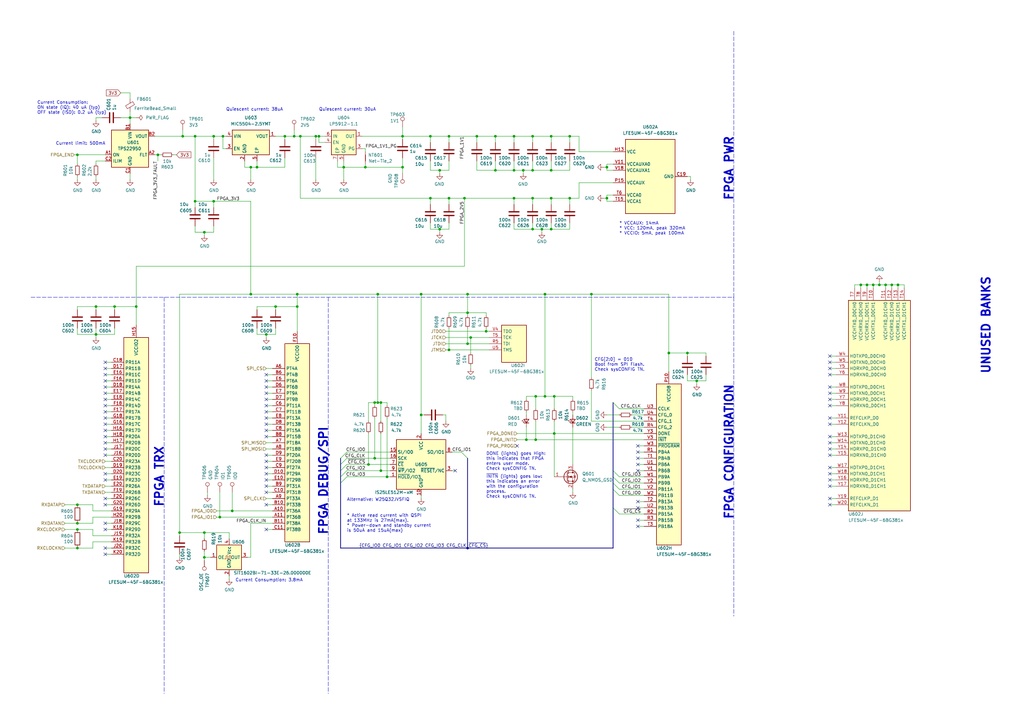
<source format=kicad_sch>
(kicad_sch (version 20211123) (generator eeschema)

  (uuid e6861313-0042-44a8-a0bd-deae1d0fda2f)

  (paper "A3")

  

  (junction (at 365.76 116.84) (diameter 0) (color 0 0 0 0)
    (uuid 015d8a49-10ae-4e19-9e70-b72c1af03708)
  )
  (junction (at 210.82 81.28) (diameter 0) (color 0 0 0 0)
    (uuid 082728c1-1596-4b3b-921d-365462ccd9eb)
  )
  (junction (at 39.37 137.16) (diameter 0) (color 0 0 0 0)
    (uuid 09ff8530-714c-45c9-8c7a-26c93d48c5d9)
  )
  (junction (at 121.92 125.73) (diameter 0) (color 0 0 0 0)
    (uuid 0b0331f0-ad6e-45d6-b767-0f62f575797e)
  )
  (junction (at 226.06 81.28) (diameter 0) (color 0 0 0 0)
    (uuid 0d2491a5-6181-48a7-add2-ce28cae84fdd)
  )
  (junction (at 80.01 82.55) (diameter 0) (color 0 0 0 0)
    (uuid 0d3955d2-ec45-42f2-ad29-f7661bc81e71)
  )
  (junction (at 31.75 207.01) (diameter 0) (color 0 0 0 0)
    (uuid 0d486e1b-ec2a-4c13-b68c-5a8bc7fbed29)
  )
  (junction (at 248.92 68.58) (diameter 0) (color 0 0 0 0)
    (uuid 0fb1f718-13ff-4f2b-a411-e6e1551bb245)
  )
  (junction (at 195.58 55.88) (diameter 0) (color 0 0 0 0)
    (uuid 16d6c404-82f2-4808-841a-452320964eab)
  )
  (junction (at 219.71 162.56) (diameter 0) (color 0 0 0 0)
    (uuid 175a04b6-29eb-4bba-9e0a-ea2dc8a0d5c6)
  )
  (junction (at 154.94 165.1) (diameter 0) (color 0 0 0 0)
    (uuid 2167914f-5a09-48d1-bf16-0d85b2aaceb9)
  )
  (junction (at 130.81 55.88) (diameter 0) (color 0 0 0 0)
    (uuid 23ec8f2d-7860-42de-a0a2-c0a0c96c3dee)
  )
  (junction (at 223.52 162.56) (diameter 0) (color 0 0 0 0)
    (uuid 241141d8-eefb-4ed3-afda-7ac5b7738674)
  )
  (junction (at 184.15 81.28) (diameter 0) (color 0 0 0 0)
    (uuid 263d1178-f828-4149-9c45-f71b03b12e85)
  )
  (junction (at 31.75 217.17) (diameter 0) (color 0 0 0 0)
    (uuid 29c84d61-59a9-4bce-97ae-96a4ad953873)
  )
  (junction (at 176.53 55.88) (diameter 0) (color 0 0 0 0)
    (uuid 2b9c2ab6-f8b7-4ffb-8d71-50b870056aca)
  )
  (junction (at 151.13 190.5) (diameter 0) (color 0 0 0 0)
    (uuid 2d2b0ba7-c42a-4ac0-aaa7-6cfe551f55da)
  )
  (junction (at 226.06 93.98) (diameter 0) (color 0 0 0 0)
    (uuid 2f43ebac-3493-4a24-99fd-1f738ecd834b)
  )
  (junction (at 353.06 116.84) (diameter 0) (color 0 0 0 0)
    (uuid 309af090-80d0-471a-a9f8-2699c79d3160)
  )
  (junction (at 172.72 170.18) (diameter 0) (color 0 0 0 0)
    (uuid 32044e18-85d1-4706-8be5-fb03a25cd02b)
  )
  (junction (at 191.77 120.65) (diameter 0) (color 0 0 0 0)
    (uuid 324e688a-1843-4d60-88cb-75de623baa87)
  )
  (junction (at 156.21 193.04) (diameter 0) (color 0 0 0 0)
    (uuid 356144dc-a0fe-4fdc-8eb3-888b5b3a8703)
  )
  (junction (at 165.1 68.58) (diameter 0) (color 0 0 0 0)
    (uuid 3772de85-8e0f-45b1-81ea-2104ddf4cec9)
  )
  (junction (at 83.82 218.44) (diameter 0) (color 0 0 0 0)
    (uuid 392d2075-8af3-405f-aa66-719b5a8b3345)
  )
  (junction (at 191.77 128.27) (diameter 0) (color 0 0 0 0)
    (uuid 3b8b8703-9053-44ea-a92f-4d0312c39d01)
  )
  (junction (at 73.66 218.44) (diameter 0) (color 0 0 0 0)
    (uuid 3e9126e9-870f-46f4-88af-ab6b54b7d9d4)
  )
  (junction (at 180.34 93.98) (diameter 0) (color 0 0 0 0)
    (uuid 3fd801ff-d97c-430b-9065-5c17c20e5123)
  )
  (junction (at 154.94 120.65) (diameter 0) (color 0 0 0 0)
    (uuid 427d6d42-73ac-429e-beec-8a00fbbc3672)
  )
  (junction (at 158.75 195.58) (diameter 0) (color 0 0 0 0)
    (uuid 46a8550f-d8e2-43f8-8d59-e9d4f2664656)
  )
  (junction (at 176.53 81.28) (diameter 0) (color 0 0 0 0)
    (uuid 474d91f8-4912-4d08-a30b-bdf6e5840aef)
  )
  (junction (at 191.77 224.79) (diameter 0) (color 0 0 0 0)
    (uuid 4881581d-dd9d-4882-93df-984b5b3f8000)
  )
  (junction (at 218.44 93.98) (diameter 0) (color 0 0 0 0)
    (uuid 48f8fb2b-5c2d-41cb-91e3-34126275c64f)
  )
  (junction (at 83.82 228.6) (diameter 0) (color 0 0 0 0)
    (uuid 4d819a31-f9aa-4662-a958-7d3cc3434aa9)
  )
  (junction (at 64.77 63.5) (diameter 0) (color 0 0 0 0)
    (uuid 4e58b0b2-2fa8-4706-a4dc-33665ff5d822)
  )
  (junction (at 46.99 125.73) (diameter 0) (color 0 0 0 0)
    (uuid 53809074-8db8-4e18-a150-120940309410)
  )
  (junction (at 218.44 55.88) (diameter 0) (color 0 0 0 0)
    (uuid 57b99b92-9f82-4581-9106-defea394ccc3)
  )
  (junction (at 358.14 116.84) (diameter 0) (color 0 0 0 0)
    (uuid 589b7dd2-0205-4f2e-a79a-3f0cda7ed6f3)
  )
  (junction (at 184.15 55.88) (diameter 0) (color 0 0 0 0)
    (uuid 58a24151-b93e-418c-aec8-57b59c26a930)
  )
  (junction (at 140.97 68.58) (diameter 0) (color 0 0 0 0)
    (uuid 5e8e6715-3faa-41f3-a217-5270d010e5cd)
  )
  (junction (at 199.39 135.89) (diameter 0) (color 0 0 0 0)
    (uuid 60b9792a-cb51-4b9a-8bbb-65b72527665d)
  )
  (junction (at 274.32 144.78) (diameter 0) (color 0 0 0 0)
    (uuid 667c348a-d139-4b04-acb5-5645964ed3b9)
  )
  (junction (at 123.19 55.88) (diameter 0) (color 0 0 0 0)
    (uuid 6b822e02-508e-48fc-ae6a-5b8535c98b54)
  )
  (junction (at 80.01 55.88) (diameter 0) (color 0 0 0 0)
    (uuid 6c6d74f2-c611-4ff8-ab33-056c67ccae2f)
  )
  (junction (at 226.06 69.85) (diameter 0) (color 0 0 0 0)
    (uuid 7208c6bc-a988-44d4-9c9a-e3ab5fa80c38)
  )
  (junction (at 87.63 55.88) (diameter 0) (color 0 0 0 0)
    (uuid 77dd8ad7-adcb-4643-b9df-382975cd5213)
  )
  (junction (at 31.75 214.63) (diameter 0) (color 0 0 0 0)
    (uuid 7d551cc8-80c5-40d0-a988-3a7d0922c903)
  )
  (junction (at 153.67 165.1) (diameter 0) (color 0 0 0 0)
    (uuid 7e1fc2da-0376-4ca7-84ae-1285de9a59db)
  )
  (junction (at 233.68 55.88) (diameter 0) (color 0 0 0 0)
    (uuid 7e47ee72-eea1-4946-878a-45c4ab4f3e3c)
  )
  (junction (at 105.41 68.58) (diameter 0) (color 0 0 0 0)
    (uuid 7f219e85-8bbc-4683-9db4-ae3e439b4b5b)
  )
  (junction (at 55.88 125.73) (diameter 0) (color 0 0 0 0)
    (uuid 7f753df1-6b84-4154-a786-49888fedb803)
  )
  (junction (at 219.71 180.34) (diameter 0) (color 0 0 0 0)
    (uuid 811cd69f-4dd8-47a7-a303-0ca36cee248f)
  )
  (junction (at 109.22 137.16) (diameter 0) (color 0 0 0 0)
    (uuid 82494344-2f2c-4de0-a7fd-72a6a0647225)
  )
  (junction (at 102.87 68.58) (diameter 0) (color 0 0 0 0)
    (uuid 82c61167-643f-4fa4-9de3-f6f706bb8ba4)
  )
  (junction (at 218.44 69.85) (diameter 0) (color 0 0 0 0)
    (uuid 87626367-2304-4ed0-b451-61be4738fb77)
  )
  (junction (at 149.86 68.58) (diameter 0) (color 0 0 0 0)
    (uuid 89216b3d-8741-4e99-8d95-8cd4e06825c1)
  )
  (junction (at 184.15 143.51) (diameter 0) (color 0 0 0 0)
    (uuid 8a5d9b85-7762-4fea-840d-0540048f2180)
  )
  (junction (at 242.57 120.65) (diameter 0) (color 0 0 0 0)
    (uuid 8ab6a98d-3da8-4eae-b246-010cfaacbb09)
  )
  (junction (at 285.75 156.21) (diameter 0) (color 0 0 0 0)
    (uuid 8c315a62-8d5b-41dc-9589-396ebc61c194)
  )
  (junction (at 203.2 69.85) (diameter 0) (color 0 0 0 0)
    (uuid 8ef5e007-66b6-4278-ac01-83339d8e5995)
  )
  (junction (at 39.37 125.73) (diameter 0) (color 0 0 0 0)
    (uuid 900f2a37-e72f-479b-816d-6716ba4b9f27)
  )
  (junction (at 203.2 55.88) (diameter 0) (color 0 0 0 0)
    (uuid 9c594d4c-0b81-492b-ad28-bc108def6dfa)
  )
  (junction (at 31.75 224.79) (diameter 0) (color 0 0 0 0)
    (uuid 9d835ca6-eab2-430e-8507-201b163d4a71)
  )
  (junction (at 120.65 55.88) (diameter 0) (color 0 0 0 0)
    (uuid 9d88d158-53ba-46e7-84f9-976c973aa56e)
  )
  (junction (at 281.94 144.78) (diameter 0) (color 0 0 0 0)
    (uuid 9e618698-f1bc-4f78-9b97-92aace28e15f)
  )
  (junction (at 90.17 212.09) (diameter 0) (color 0 0 0 0)
    (uuid a844a060-e560-4c5a-af7b-0b1046e597fb)
  )
  (junction (at 74.93 55.88) (diameter 0) (color 0 0 0 0)
    (uuid a91fa13e-bea9-4e69-9a5f-f6d4aa719767)
  )
  (junction (at 227.33 177.8) (diameter 0) (color 0 0 0 0)
    (uuid aa77a0ad-aac3-4734-9015-ed94cd1af9fe)
  )
  (junction (at 83.82 95.25) (diameter 0) (color 0 0 0 0)
    (uuid abc16d80-4a9d-483f-bc3e-0b9dca49f826)
  )
  (junction (at 248.92 81.28) (diameter 0) (color 0 0 0 0)
    (uuid ae3fa487-99c2-406a-893b-2345b2079711)
  )
  (junction (at 153.67 187.96) (diameter 0) (color 0 0 0 0)
    (uuid b3b4c6a7-8aed-449d-a3f9-7a1bcb3e39ce)
  )
  (junction (at 223.52 120.65) (diameter 0) (color 0 0 0 0)
    (uuid bed2f8e2-b64f-4424-97ef-13e997f59ce2)
  )
  (junction (at 233.68 81.28) (diameter 0) (color 0 0 0 0)
    (uuid c19e6f1b-73ce-443b-81a6-0b8fb8bce685)
  )
  (junction (at 363.22 116.84) (diameter 0) (color 0 0 0 0)
    (uuid c2f168e7-1d61-4706-946e-287606204505)
  )
  (junction (at 210.82 55.88) (diameter 0) (color 0 0 0 0)
    (uuid c4a5d0cb-a843-4b71-a857-3ce5db99dcc7)
  )
  (junction (at 222.25 93.98) (diameter 0) (color 0 0 0 0)
    (uuid c9f6c641-2ff3-4d75-a806-2f5278082e8f)
  )
  (junction (at 227.33 162.56) (diameter 0) (color 0 0 0 0)
    (uuid caf935bd-1e71-41ca-84e2-5c51f56be8a2)
  )
  (junction (at 53.34 48.26) (diameter 0) (color 0 0 0 0)
    (uuid cb365aa4-48fc-4ba2-bfcf-9c6f87c95039)
  )
  (junction (at 165.1 55.88) (diameter 0) (color 0 0 0 0)
    (uuid cc0d15d6-5505-4639-8721-76167e8ddc8d)
  )
  (junction (at 215.9 180.34) (diameter 0) (color 0 0 0 0)
    (uuid cd7a2132-bd59-4811-9e89-d10c1bfed2df)
  )
  (junction (at 116.84 55.88) (diameter 0) (color 0 0 0 0)
    (uuid d0134b57-dfae-49d9-a32f-12a6e3a6bbba)
  )
  (junction (at 180.34 69.85) (diameter 0) (color 0 0 0 0)
    (uuid d085d73e-e22b-424b-930b-d712f9d45991)
  )
  (junction (at 87.63 82.55) (diameter 0) (color 0 0 0 0)
    (uuid d122dbff-d219-4548-af83-e3842a6745fa)
  )
  (junction (at 210.82 69.85) (diameter 0) (color 0 0 0 0)
    (uuid d545967e-8eb9-42d3-8c93-4f8e99d2b86c)
  )
  (junction (at 129.54 55.88) (diameter 0) (color 0 0 0 0)
    (uuid d8289ceb-0cbc-4407-b6da-63c6ce14a596)
  )
  (junction (at 193.04 138.43) (diameter 0) (color 0 0 0 0)
    (uuid dd70b6df-d559-40a7-bc3b-c233ac555e02)
  )
  (junction (at 226.06 55.88) (diameter 0) (color 0 0 0 0)
    (uuid e143187b-4489-4598-8974-9bf7c3b9056f)
  )
  (junction (at 156.21 165.1) (diameter 0) (color 0 0 0 0)
    (uuid e8355d78-9231-436c-951b-14a714174e3a)
  )
  (junction (at 31.75 63.5) (diameter 0) (color 0 0 0 0)
    (uuid ec45c837-529c-45d3-94cb-18f8f6c213b7)
  )
  (junction (at 214.63 69.85) (diameter 0) (color 0 0 0 0)
    (uuid f3f00ca7-0980-4aad-88ea-ad6a37d99bd5)
  )
  (junction (at 95.25 209.55) (diameter 0) (color 0 0 0 0)
    (uuid f5d947e0-1a40-4be1-b537-55484539f42b)
  )
  (junction (at 172.72 120.65) (diameter 0) (color 0 0 0 0)
    (uuid f6140a48-676c-466c-892d-90e0c1252456)
  )
  (junction (at 113.03 125.73) (diameter 0) (color 0 0 0 0)
    (uuid f6e24a42-e21b-4472-a53f-0c68bf5b725c)
  )
  (junction (at 368.3 116.84) (diameter 0) (color 0 0 0 0)
    (uuid f7ca5290-a5d5-484d-9c2f-2d74b074fc9d)
  )
  (junction (at 190.5 81.28) (diameter 0) (color 0 0 0 0)
    (uuid f8e9b383-da90-47b7-8581-25ba2f8cb27e)
  )
  (junction (at 360.68 116.84) (diameter 0) (color 0 0 0 0)
    (uuid f9cebe2c-53f4-44bc-9972-631a005389db)
  )
  (junction (at 102.87 120.65) (diameter 0) (color 0 0 0 0)
    (uuid fb0e24bd-ac78-44cb-8b32-8ae8bfe081cb)
  )
  (junction (at 355.6 116.84) (diameter 0) (color 0 0 0 0)
    (uuid fc183d27-6103-4185-b267-2883ea678f58)
  )
  (junction (at 121.92 120.65) (diameter 0) (color 0 0 0 0)
    (uuid fcce69bc-33c3-4996-ba5b-c1eda94e7634)
  )
  (junction (at 91.44 55.88) (diameter 0) (color 0 0 0 0)
    (uuid fd80188d-0086-479b-a640-c7643d11364b)
  )
  (junction (at 191.77 140.97) (diameter 0) (color 0 0 0 0)
    (uuid fdb404c9-5607-4f4e-961f-aaa1814b16ca)
  )
  (junction (at 218.44 81.28) (diameter 0) (color 0 0 0 0)
    (uuid fdf9f1e0-ce8a-4ecb-9472-5adf8bfe8e67)
  )

  (no_connect (at 43.18 151.13) (uuid 0087fb22-ba0c-4acc-b8bc-9fdd9623d4bf))
  (no_connect (at 43.18 204.47) (uuid 092bc9ec-e3c7-4eae-b7f7-77b94e386478))
  (no_connect (at 340.36 171.45) (uuid 0c98e987-c025-4634-a5df-d3d1ab517326))
  (no_connect (at 43.18 184.15) (uuid 0d616157-6bdf-45aa-bced-1021f97957e2))
  (no_connect (at 43.18 176.53) (uuid 0d616157-6bdf-45aa-bced-1021f97957e3))
  (no_connect (at 43.18 179.07) (uuid 0d616157-6bdf-45aa-bced-1021f97957e4))
  (no_connect (at 43.18 181.61) (uuid 0d616157-6bdf-45aa-bced-1021f97957e5))
  (no_connect (at 186.69 193.04) (uuid 0d97e9cd-c31a-4ad5-a968-c012e35fc182))
  (no_connect (at 109.22 156.21) (uuid 12bb232f-8d44-416d-9f9a-c3817e1f9a82))
  (no_connect (at 340.36 153.67) (uuid 16858b84-962e-4c0c-9029-c64eef86a02c))
  (no_connect (at 109.22 207.01) (uuid 17062b70-c549-4bcd-b5f3-6b5f30bea7aa))
  (no_connect (at 109.22 166.37) (uuid 1856bedc-4340-4752-b096-e6d8f5bcf31b))
  (no_connect (at 109.22 153.67) (uuid 1b346ad8-49c1-4d9a-9e92-c03d189ee1dd))
  (no_connect (at 43.18 214.63) (uuid 20d1812c-cd35-4c64-908b-bbd37c456360))
  (no_connect (at 109.22 161.29) (uuid 20d359e1-1836-4cbc-af2f-3630566df0d0))
  (no_connect (at 340.36 186.69) (uuid 25814e56-9bc7-4124-9394-9ee29271646d))
  (no_connect (at 43.18 217.17) (uuid 27d1c3c8-1813-43b9-877b-d67d9b61a694))
  (no_connect (at 340.36 173.99) (uuid 28f20c3f-016b-4f4b-88bc-c446babd0389))
  (no_connect (at 340.36 163.83) (uuid 2e5814b0-7418-4d8b-9225-5761e57effce))
  (no_connect (at 109.22 179.07) (uuid 2f4cdc79-030c-4165-a024-a7947d41e2fa))
  (no_connect (at 109.22 186.69) (uuid 39110e7c-525d-47be-9ab5-6a9c05261880))
  (no_connect (at 43.18 224.79) (uuid 39507dbc-d91c-4e92-a89e-2259b7223eca))
  (no_connect (at 43.18 158.75) (uuid 3edb3167-e45b-49a4-a46e-0c3b66c8794c))
  (no_connect (at 261.62 208.28) (uuid 44d1208f-3dab-4b1f-a881-04d6516bd03a))
  (no_connect (at 43.18 168.91) (uuid 469a0a3e-9e33-4569-a802-6a64c4500215))
  (no_connect (at 109.22 191.77) (uuid 532043c0-7b92-4671-9c04-5a267bef43fd))
  (no_connect (at 340.36 194.31) (uuid 56fc22f7-a334-4b7b-b893-802d803a388f))
  (no_connect (at 340.36 161.29) (uuid 5bd02ad9-616e-438d-8947-657b03c8fdf8))
  (no_connect (at 212.09 182.88) (uuid 5cef7952-c5d9-4b64-8654-67db4abb18c3))
  (no_connect (at 109.22 199.39) (uuid 5d18cfa1-cd09-446a-be68-ac5734008cfe))
  (no_connect (at 261.62 185.42) (uuid 5f980097-c3af-4712-b759-d76150575b23))
  (no_connect (at 109.22 189.23) (uuid 61a081bd-8501-47d3-bd39-7d1a0c21cff0))
  (no_connect (at 340.36 179.07) (uuid 650df6eb-3cb5-452a-8dff-7e9860a6c5b1))
  (no_connect (at 43.18 156.21) (uuid 65ec770c-f207-4c98-84df-4fface0e5735))
  (no_connect (at 340.36 148.59) (uuid 660f8cb0-4756-4d03-a17a-91deb7529503))
  (no_connect (at 261.62 182.88) (uuid 74de4f60-8e78-40c1-a3fb-3b6879fff038))
  (no_connect (at 43.18 227.33) (uuid 7a9ccfdf-f203-42e3-a246-c7952ed42301))
  (no_connect (at 109.22 194.31) (uuid 7c2c06b3-79e4-4293-931d-2fa96c3a5eb8))
  (no_connect (at 340.36 207.01) (uuid 7e4f8b88-6c4b-4ba5-bc05-ae0251584d83))
  (no_connect (at 43.18 163.83) (uuid 8511434d-1111-416b-b59e-7f7fab3537d6))
  (no_connect (at 43.18 161.29) (uuid 878ae374-4f73-4474-bde8-ea148af29188))
  (no_connect (at 340.36 199.39) (uuid 879cafa2-6b51-4ef1-aceb-a656f504a7db))
  (no_connect (at 261.62 205.74) (uuid 8fd6b421-fd42-4b9c-9ec5-7fe6ad287c38))
  (no_connect (at 340.36 196.85) (uuid 935be522-7bfc-4865-ac3c-5ec78d38615f))
  (no_connect (at 43.18 171.45) (uuid 952ad99e-d3ed-4ada-99ce-e2c704402aab))
  (no_connect (at 340.36 181.61) (uuid 9675bcba-4001-4c4f-af07-32a85229f5c2))
  (no_connect (at 109.22 173.99) (uuid 9eb7170b-3da1-457a-910a-997869bded1a))
  (no_connect (at 43.18 148.59) (uuid 9ec70d98-75ce-4ab7-9e1f-60ef736cb193))
  (no_connect (at 109.22 171.45) (uuid a00238f5-72d6-40e7-b73e-3ffd08ceee7e))
  (no_connect (at 109.22 196.85) (uuid a0a81c39-62ab-483b-92e8-438842cf19fc))
  (no_connect (at 340.36 151.13) (uuid a1ea9e06-ed8a-4942-82a7-221567c6c412))
  (no_connect (at 340.36 191.77) (uuid a4413f7c-ef15-4c3e-8922-4bd0bfe13b42))
  (no_connect (at 43.18 166.37) (uuid a5f92b36-b8f4-4a10-90da-5695567ef3ec))
  (no_connect (at 109.22 158.75) (uuid b1011abf-258e-4cab-a44d-332b4651c3f5))
  (no_connect (at 340.36 204.47) (uuid bd77d4da-2421-46eb-9c83-3023827bf9fd))
  (no_connect (at 261.62 190.5) (uuid be7de968-33ef-4f91-8b12-f0d3a2050b4c))
  (no_connect (at 109.22 168.91) (uuid c5674969-13d8-40d2-99ca-df9adcd5445d))
  (no_connect (at 109.22 201.93) (uuid c6c4013d-3700-4ed7-9261-acfb9c8eeaa7))
  (no_connect (at 340.36 166.37) (uuid cc3d9289-a007-4614-9162-46212988df32))
  (no_connect (at 109.22 163.83) (uuid cdd6a1ea-c980-432f-ae87-d2e371cec527))
  (no_connect (at 340.36 158.75) (uuid cf536c01-1fe3-48e2-9066-91e69081eba0))
  (no_connect (at 43.18 196.85) (uuid d2a1dfde-6514-44a0-868d-aeae5393d2b9))
  (no_connect (at 261.62 213.36) (uuid d5984c9f-d7d6-4880-9ccf-8cd0f0739db2))
  (no_connect (at 43.18 173.99) (uuid d6e25b57-4f73-4a9e-96e1-2afe3109a444))
  (no_connect (at 261.62 187.96) (uuid dc7a756e-09f4-4e54-84a6-91b102dbd2de))
  (no_connect (at 261.62 193.04) (uuid e08881a7-ea9c-46a7-bd76-7c0809750c00))
  (no_connect (at 340.36 184.15) (uuid e10e3766-2759-42b0-b3de-138cc1d6adc1))
  (no_connect (at 43.18 153.67) (uuid e3394ed9-1c21-4e5c-bcea-5e971d8a7cf7))
  (no_connect (at 340.36 146.05) (uuid e450052a-bfe2-4805-9f49-d5cbba0a81b5))
  (no_connect (at 261.62 215.9) (uuid ede8c8b8-df9b-4773-bea5-99eda1e39312))
  (no_connect (at 109.22 217.17) (uuid f3e9a2b1-bb51-4ad1-8079-e7d788831e63))
  (no_connect (at 43.18 194.31) (uuid f5ab30bd-8933-4d63-90be-5a945f7dcc81))
  (no_connect (at 43.18 207.01) (uuid f62364e9-06e8-4878-a9f6-c9fb562d98a1))
  (no_connect (at 43.18 186.69) (uuid f76de2de-56c9-4236-84f0-f5b7fc28e87a))
  (no_connect (at 109.22 176.53) (uuid fdcc1581-186c-4c19-b4e5-135f15587d55))

  (bus_entry (at 251.46 198.12) (size 2.54 2.54)
    (stroke (width 0) (type default) (color 0 0 0 0))
    (uuid 1298f126-2352-48f2-825f-de17742fc4db)
  )
  (bus_entry (at 139.7 198.12) (size 2.54 -2.54)
    (stroke (width 0) (type default) (color 0 0 0 0))
    (uuid 23b51995-fe23-4d97-a066-5f4147818f87)
  )
  (bus_entry (at 189.23 185.42) (size 2.54 2.54)
    (stroke (width 0) (type default) (color 0 0 0 0))
    (uuid 665861bb-3c85-43bc-9dc7-9c72219f317e)
  )
  (bus_entry (at 251.46 200.66) (size 2.54 2.54)
    (stroke (width 0) (type default) (color 0 0 0 0))
    (uuid 75a9480d-8ac3-41df-9f4f-5d9ed7a1782e)
  )
  (bus_entry (at 139.7 195.58) (size 2.54 -2.54)
    (stroke (width 0) (type default) (color 0 0 0 0))
    (uuid 785dddf9-3cf0-4e85-8632-1a314bbc34b2)
  )
  (bus_entry (at 251.46 193.04) (size 2.54 2.54)
    (stroke (width 0) (type default) (color 0 0 0 0))
    (uuid 8ce16e23-12f4-46be-951f-c046f1bd3479)
  )
  (bus_entry (at 251.46 195.58) (size 2.54 2.54)
    (stroke (width 0) (type default) (color 0 0 0 0))
    (uuid ae509cef-b2d4-4701-bd39-f4d022ead86d)
  )
  (bus_entry (at 139.7 190.5) (size 2.54 -2.54)
    (stroke (width 0) (type default) (color 0 0 0 0))
    (uuid cc888799-c0b4-4c79-87f8-a4a62f5d81d0)
  )
  (bus_entry (at 139.7 193.04) (size 2.54 -2.54)
    (stroke (width 0) (type default) (color 0 0 0 0))
    (uuid cc888799-c0b4-4c79-87f8-a4a62f5d81d1)
  )
  (bus_entry (at 142.24 185.42) (size -2.54 2.54)
    (stroke (width 0) (type default) (color 0 0 0 0))
    (uuid cc888799-c0b4-4c79-87f8-a4a62f5d81d2)
  )
  (bus_entry (at 251.46 208.28) (size 2.54 2.54)
    (stroke (width 0) (type default) (color 0 0 0 0))
    (uuid dbd2f208-6165-4a10-afab-a9eb941486a4)
  )
  (bus_entry (at 251.46 165.1) (size 2.54 2.54)
    (stroke (width 0) (type default) (color 0 0 0 0))
    (uuid fe7571cb-0e18-4010-9006-7209546aee72)
  )

  (wire (pts (xy 100.33 68.58) (xy 102.87 68.58))
    (stroke (width 0) (type default) (color 0 0 0 0))
    (uuid 000a7a28-d287-471c-aa9b-2f3ff3fe4f62)
  )
  (wire (pts (xy 151.13 165.1) (xy 153.67 165.1))
    (stroke (width 0) (type default) (color 0 0 0 0))
    (uuid 004572a2-cdee-437c-98e3-9ad360cf1cbc)
  )
  (wire (pts (xy 172.72 170.18) (xy 173.99 170.18))
    (stroke (width 0) (type default) (color 0 0 0 0))
    (uuid 007a2dd6-2206-470e-8f15-efafeccccf3a)
  )
  (wire (pts (xy 350.52 118.11) (xy 350.52 116.84))
    (stroke (width 0) (type default) (color 0 0 0 0))
    (uuid 011126bb-ae88-4d25-a1da-ede22aa5529c)
  )
  (wire (pts (xy 203.2 69.85) (xy 210.82 69.85))
    (stroke (width 0) (type default) (color 0 0 0 0))
    (uuid 027be7fd-b456-4bdc-8405-7bd7824b9d3c)
  )
  (wire (pts (xy 26.67 217.17) (xy 31.75 217.17))
    (stroke (width 0) (type default) (color 0 0 0 0))
    (uuid 03637e18-e11c-4b9f-90f4-25e02d3e8f6b)
  )
  (wire (pts (xy 242.57 120.65) (xy 274.32 120.65))
    (stroke (width 0) (type default) (color 0 0 0 0))
    (uuid 04033699-6db0-441b-8bf7-eec0c4b3b674)
  )
  (wire (pts (xy 233.68 93.98) (xy 233.68 91.44))
    (stroke (width 0) (type default) (color 0 0 0 0))
    (uuid 0408e91b-4ff1-40da-a555-48aeb55678a3)
  )
  (wire (pts (xy 247.65 81.28) (xy 248.92 81.28))
    (stroke (width 0) (type default) (color 0 0 0 0))
    (uuid 04819c47-78fd-4566-9d0c-a7917acb0fc6)
  )
  (wire (pts (xy 74.93 55.88) (xy 80.01 55.88))
    (stroke (width 0) (type default) (color 0 0 0 0))
    (uuid 04c4fb41-70df-48bb-b70e-ec602eaa908c)
  )
  (wire (pts (xy 254 195.58) (xy 264.16 195.58))
    (stroke (width 0) (type default) (color 0 0 0 0))
    (uuid 04e1fb0d-fb90-4b59-8c10-a2e6b65a5e0f)
  )
  (wire (pts (xy 91.44 60.96) (xy 92.71 60.96))
    (stroke (width 0) (type default) (color 0 0 0 0))
    (uuid 0527e7fb-d830-428e-8edd-12be002c6816)
  )
  (wire (pts (xy 355.6 116.84) (xy 355.6 118.11))
    (stroke (width 0) (type default) (color 0 0 0 0))
    (uuid 067735cf-7010-4a70-b732-351b164a2169)
  )
  (wire (pts (xy 195.58 55.88) (xy 203.2 55.88))
    (stroke (width 0) (type default) (color 0 0 0 0))
    (uuid 070218f1-c0b9-47d3-8494-9f5ba601f8f1)
  )
  (wire (pts (xy 248.92 80.01) (xy 251.46 80.01))
    (stroke (width 0) (type default) (color 0 0 0 0))
    (uuid 076e2297-1cf9-4d98-99e1-3678c817b474)
  )
  (wire (pts (xy 158.75 195.58) (xy 160.02 195.58))
    (stroke (width 0) (type default) (color 0 0 0 0))
    (uuid 087f3e61-a694-429a-942e-af258b4acc4b)
  )
  (wire (pts (xy 210.82 91.44) (xy 210.82 93.98))
    (stroke (width 0) (type default) (color 0 0 0 0))
    (uuid 08e3b1d0-8d2b-47e7-8df6-32d62de82992)
  )
  (wire (pts (xy 109.22 181.61) (xy 111.76 181.61))
    (stroke (width 0) (type default) (color 0 0 0 0))
    (uuid 09033c23-8490-4e5c-b958-1ecb82045303)
  )
  (wire (pts (xy 26.67 207.01) (xy 31.75 207.01))
    (stroke (width 0) (type default) (color 0 0 0 0))
    (uuid 0923fc8c-f40c-4491-87fe-a32c6de91bcd)
  )
  (wire (pts (xy 102.87 68.58) (xy 102.87 73.66))
    (stroke (width 0) (type default) (color 0 0 0 0))
    (uuid 0964d174-52d1-4fe3-a375-df81f4eecf32)
  )
  (wire (pts (xy 234.95 162.56) (xy 227.33 162.56))
    (stroke (width 0) (type default) (color 0 0 0 0))
    (uuid 098da118-9076-4855-b433-1fb81c3b9831)
  )
  (wire (pts (xy 237.49 74.93) (xy 237.49 81.28))
    (stroke (width 0) (type default) (color 0 0 0 0))
    (uuid 0a090dea-d9bb-4ecb-8369-5450bdeedb0a)
  )
  (wire (pts (xy 259.08 170.18) (xy 264.16 170.18))
    (stroke (width 0) (type default) (color 0 0 0 0))
    (uuid 0a0efa78-3dbd-44e2-9cac-bbbc1514cb4a)
  )
  (wire (pts (xy 182.88 170.18) (xy 182.88 172.72))
    (stroke (width 0) (type default) (color 0 0 0 0))
    (uuid 0a428af4-d960-4f7c-a083-504057c1e819)
  )
  (wire (pts (xy 140.97 68.58) (xy 140.97 73.66))
    (stroke (width 0) (type default) (color 0 0 0 0))
    (uuid 0ab7c964-aa65-4f98-99d4-7065a22564c5)
  )
  (wire (pts (xy 237.49 74.93) (xy 251.46 74.93))
    (stroke (width 0) (type default) (color 0 0 0 0))
    (uuid 0ae36132-572d-4eee-b277-0e8a48bcf201)
  )
  (wire (pts (xy 199.39 134.62) (xy 199.39 135.89))
    (stroke (width 0) (type default) (color 0 0 0 0))
    (uuid 0d2a10ee-921c-42f5-83bb-425e3bc88b08)
  )
  (wire (pts (xy 93.98 236.22) (xy 93.98 237.49))
    (stroke (width 0) (type default) (color 0 0 0 0))
    (uuid 0dfd3030-be04-4d31-ab7a-5e9d80308efc)
  )
  (wire (pts (xy 158.75 171.45) (xy 158.75 195.58))
    (stroke (width 0) (type default) (color 0 0 0 0))
    (uuid 0e475c27-688f-4e55-a388-4c84998966b4)
  )
  (wire (pts (xy 203.2 69.85) (xy 203.2 66.04))
    (stroke (width 0) (type default) (color 0 0 0 0))
    (uuid 0f7f6628-a60e-41ca-974f-c8f19e1f7cee)
  )
  (wire (pts (xy 156.21 165.1) (xy 156.21 172.72))
    (stroke (width 0) (type default) (color 0 0 0 0))
    (uuid 1009300d-42de-4eaf-a1fc-7e7cc83e100e)
  )
  (wire (pts (xy 261.62 213.36) (xy 264.16 213.36))
    (stroke (width 0) (type default) (color 0 0 0 0))
    (uuid 10b73343-3a3a-4377-b401-04c4334fea4e)
  )
  (wire (pts (xy 105.41 66.04) (xy 105.41 68.58))
    (stroke (width 0) (type default) (color 0 0 0 0))
    (uuid 113bb107-b581-4359-b68c-6e9f399b0c9c)
  )
  (wire (pts (xy 83.82 218.44) (xy 83.82 220.98))
    (stroke (width 0) (type default) (color 0 0 0 0))
    (uuid 116f0b71-d5d7-4690-a677-68fa8ebbc7ce)
  )
  (wire (pts (xy 43.18 224.79) (xy 45.72 224.79))
    (stroke (width 0) (type default) (color 0 0 0 0))
    (uuid 12236ce1-b1d9-4ab2-93b0-cfa25b714ba6)
  )
  (wire (pts (xy 148.59 55.88) (xy 165.1 55.88))
    (stroke (width 0) (type default) (color 0 0 0 0))
    (uuid 12631fd5-c468-49ea-999c-20bf1673d5f7)
  )
  (wire (pts (xy 151.13 177.8) (xy 151.13 190.5))
    (stroke (width 0) (type default) (color 0 0 0 0))
    (uuid 13243781-03ed-4d12-a9a8-6da3fcf0eca3)
  )
  (wire (pts (xy 210.82 58.42) (xy 210.82 55.88))
    (stroke (width 0) (type default) (color 0 0 0 0))
    (uuid 1372a694-f677-44fe-b4dd-0a71f342334f)
  )
  (wire (pts (xy 218.44 58.42) (xy 218.44 55.88))
    (stroke (width 0) (type default) (color 0 0 0 0))
    (uuid 143caf48-02aa-40bb-904f-1fdda2322c30)
  )
  (wire (pts (xy 116.84 57.15) (xy 116.84 55.88))
    (stroke (width 0) (type default) (color 0 0 0 0))
    (uuid 147e57f3-09c1-4883-bb5d-2e2d921a0789)
  )
  (wire (pts (xy 215.9 180.34) (xy 219.71 180.34))
    (stroke (width 0) (type default) (color 0 0 0 0))
    (uuid 148914fb-24cd-4620-8dcf-48009551ad5c)
  )
  (wire (pts (xy 234.95 175.26) (xy 234.95 190.5))
    (stroke (width 0) (type default) (color 0 0 0 0))
    (uuid 14e5c329-6fc9-49e6-8c2c-39adc3fa7bae)
  )
  (wire (pts (xy 219.71 172.72) (xy 219.71 180.34))
    (stroke (width 0) (type default) (color 0 0 0 0))
    (uuid 1512b437-e608-480d-9216-180d37bc381d)
  )
  (wire (pts (xy 80.01 92.71) (xy 80.01 95.25))
    (stroke (width 0) (type default) (color 0 0 0 0))
    (uuid 153330dc-17c7-489f-8801-3c161687c1de)
  )
  (wire (pts (xy 43.18 227.33) (xy 45.72 227.33))
    (stroke (width 0) (type default) (color 0 0 0 0))
    (uuid 159cc0ef-92d5-45e7-a973-60f5f57578cc)
  )
  (wire (pts (xy 116.84 55.88) (xy 120.65 55.88))
    (stroke (width 0) (type default) (color 0 0 0 0))
    (uuid 15ad6238-de28-497c-bc2f-9e8d19b1019b)
  )
  (wire (pts (xy 109.22 158.75) (xy 111.76 158.75))
    (stroke (width 0) (type default) (color 0 0 0 0))
    (uuid 15e11933-fc6e-47fb-9c0b-3a3f0e3fabd8)
  )
  (wire (pts (xy 156.21 165.1) (xy 158.75 165.1))
    (stroke (width 0) (type default) (color 0 0 0 0))
    (uuid 16997efe-d53a-4fcd-afb3-868fdf235c7c)
  )
  (wire (pts (xy 87.63 82.55) (xy 102.87 82.55))
    (stroke (width 0) (type default) (color 0 0 0 0))
    (uuid 169f2fce-06b2-4370-9ee8-71cc966a0ae4)
  )
  (wire (pts (xy 340.36 151.13) (xy 342.9 151.13))
    (stroke (width 0) (type default) (color 0 0 0 0))
    (uuid 18ab848d-f736-41fd-be47-ccaefa70d346)
  )
  (wire (pts (xy 219.71 162.56) (xy 223.52 162.56))
    (stroke (width 0) (type default) (color 0 0 0 0))
    (uuid 190a3cc4-def8-4206-ab90-d00b9e7eaadf)
  )
  (wire (pts (xy 203.2 55.88) (xy 210.82 55.88))
    (stroke (width 0) (type default) (color 0 0 0 0))
    (uuid 1929225b-07a8-48c5-9b7a-bb2a2894ef20)
  )
  (wire (pts (xy 140.97 66.04) (xy 140.97 68.58))
    (stroke (width 0) (type default) (color 0 0 0 0))
    (uuid 192c3ff8-a4db-4f6d-be75-006aa6e179dc)
  )
  (wire (pts (xy 39.37 125.73) (xy 46.99 125.73))
    (stroke (width 0) (type default) (color 0 0 0 0))
    (uuid 1955165a-75cf-47a6-b491-2fe60f45fd8e)
  )
  (wire (pts (xy 233.68 55.88) (xy 237.49 55.88))
    (stroke (width 0) (type default) (color 0 0 0 0))
    (uuid 1a3b9972-77a9-4c1f-88dc-a0fd8b1a5ccf)
  )
  (wire (pts (xy 45.72 222.25) (xy 38.1 222.25))
    (stroke (width 0) (type default) (color 0 0 0 0))
    (uuid 1a58cf29-d961-4692-a0a1-d632ea4c6ab7)
  )
  (wire (pts (xy 165.1 64.77) (xy 165.1 68.58))
    (stroke (width 0) (type default) (color 0 0 0 0))
    (uuid 1aff05db-ff8b-4d22-92c9-b292a2cd0c0a)
  )
  (wire (pts (xy 73.66 218.44) (xy 83.82 218.44))
    (stroke (width 0) (type default) (color 0 0 0 0))
    (uuid 1b08048a-8695-4a55-aeff-ae75b2db373e)
  )
  (wire (pts (xy 53.34 71.12) (xy 53.34 73.66))
    (stroke (width 0) (type default) (color 0 0 0 0))
    (uuid 1c340051-8d5d-4832-bfff-179f25b7fb14)
  )
  (wire (pts (xy 43.18 181.61) (xy 45.72 181.61))
    (stroke (width 0) (type default) (color 0 0 0 0))
    (uuid 1e83acf9-f875-442b-9af7-7d56c2f6388b)
  )
  (wire (pts (xy 95.25 209.55) (xy 111.76 209.55))
    (stroke (width 0) (type default) (color 0 0 0 0))
    (uuid 1eff1ed2-3407-4e16-a777-f548c8802211)
  )
  (wire (pts (xy 43.18 184.15) (xy 45.72 184.15))
    (stroke (width 0) (type default) (color 0 0 0 0))
    (uuid 1f5bbee2-ceb8-4588-b96b-14e47354993f)
  )
  (wire (pts (xy 210.82 69.85) (xy 210.82 66.04))
    (stroke (width 0) (type default) (color 0 0 0 0))
    (uuid 1fcb6765-1ea0-43df-98ba-eec560f37e73)
  )
  (wire (pts (xy 113.03 55.88) (xy 116.84 55.88))
    (stroke (width 0) (type default) (color 0 0 0 0))
    (uuid 208d82db-291e-499c-bd66-2810a87fcd0f)
  )
  (wire (pts (xy 172.72 120.65) (xy 191.77 120.65))
    (stroke (width 0) (type default) (color 0 0 0 0))
    (uuid 222c0ba0-0eb0-4273-8439-d44208352ea3)
  )
  (wire (pts (xy 340.36 158.75) (xy 342.9 158.75))
    (stroke (width 0) (type default) (color 0 0 0 0))
    (uuid 227cd1cf-5a3c-405e-bc3c-e7724b5a26b4)
  )
  (bus (pts (xy 251.46 165.1) (xy 251.46 193.04))
    (stroke (width 0) (type default) (color 0 0 0 0))
    (uuid 233be75f-73b3-47e3-86d1-845f2f10765f)
  )

  (wire (pts (xy 365.76 116.84) (xy 368.3 116.84))
    (stroke (width 0) (type default) (color 0 0 0 0))
    (uuid 24a4f061-a2be-49c7-bd24-797835cf55f4)
  )
  (wire (pts (xy 140.97 68.58) (xy 138.43 68.58))
    (stroke (width 0) (type default) (color 0 0 0 0))
    (uuid 25b91674-6cdc-4e85-9683-f2d721928286)
  )
  (wire (pts (xy 153.67 171.45) (xy 153.67 187.96))
    (stroke (width 0) (type default) (color 0 0 0 0))
    (uuid 25e0f15f-aef0-4561-a370-f9a3d566c529)
  )
  (wire (pts (xy 274.32 144.78) (xy 274.32 120.65))
    (stroke (width 0) (type default) (color 0 0 0 0))
    (uuid 27873c90-4920-48c8-a690-1e919b1753f2)
  )
  (wire (pts (xy 90.17 212.09) (xy 111.76 212.09))
    (stroke (width 0) (type default) (color 0 0 0 0))
    (uuid 2912bb80-8cb2-4697-a185-857c1b03cab6)
  )
  (wire (pts (xy 182.88 138.43) (xy 193.04 138.43))
    (stroke (width 0) (type default) (color 0 0 0 0))
    (uuid 2a4b1e98-fde2-4927-b091-cc26709e525f)
  )
  (wire (pts (xy 109.22 217.17) (xy 111.76 217.17))
    (stroke (width 0) (type default) (color 0 0 0 0))
    (uuid 2a5a3e3b-3755-4ab0-bb6a-c2d439116020)
  )
  (wire (pts (xy 340.36 148.59) (xy 342.9 148.59))
    (stroke (width 0) (type default) (color 0 0 0 0))
    (uuid 2a8f5fcb-2f60-4402-babe-4283d833f19a)
  )
  (wire (pts (xy 233.68 58.42) (xy 233.68 55.88))
    (stroke (width 0) (type default) (color 0 0 0 0))
    (uuid 2afa049b-e766-45a9-b297-d4d130ecaa14)
  )
  (wire (pts (xy 181.61 170.18) (xy 182.88 170.18))
    (stroke (width 0) (type default) (color 0 0 0 0))
    (uuid 2b5fd026-7c5e-4b3a-84fd-1a48213683b9)
  )
  (wire (pts (xy 109.22 176.53) (xy 111.76 176.53))
    (stroke (width 0) (type default) (color 0 0 0 0))
    (uuid 2ba91107-8e94-4a22-9b34-e412192b425b)
  )
  (wire (pts (xy 109.22 204.47) (xy 111.76 204.47))
    (stroke (width 0) (type default) (color 0 0 0 0))
    (uuid 2c183096-1d91-4e5e-933c-2e61988f56c9)
  )
  (wire (pts (xy 261.62 185.42) (xy 264.16 185.42))
    (stroke (width 0) (type default) (color 0 0 0 0))
    (uuid 2c78c33e-9c1d-4ef7-bd13-b36abcb46a21)
  )
  (wire (pts (xy 210.82 69.85) (xy 214.63 69.85))
    (stroke (width 0) (type default) (color 0 0 0 0))
    (uuid 2ca021ba-f86c-4a64-aa1e-a56da8fba1d8)
  )
  (wire (pts (xy 218.44 81.28) (xy 226.06 81.28))
    (stroke (width 0) (type default) (color 0 0 0 0))
    (uuid 2dbd5be6-53d6-4448-9f68-3af36caa555d)
  )
  (wire (pts (xy 340.36 173.99) (xy 342.9 173.99))
    (stroke (width 0) (type default) (color 0 0 0 0))
    (uuid 2e4889d5-7fa9-4084-b506-e5ed2fafc3f4)
  )
  (wire (pts (xy 248.92 67.31) (xy 248.92 68.58))
    (stroke (width 0) (type default) (color 0 0 0 0))
    (uuid 2fc2a205-1f9c-40e8-ab8a-c165a1e0bba1)
  )
  (wire (pts (xy 165.1 68.58) (xy 165.1 71.12))
    (stroke (width 0) (type default) (color 0 0 0 0))
    (uuid 2fcc7f12-ce0d-4e90-9dba-6345a38fadd0)
  )
  (wire (pts (xy 38.1 212.09) (xy 45.72 212.09))
    (stroke (width 0) (type default) (color 0 0 0 0))
    (uuid 303eed21-ede8-45c4-8669-819bec03ed63)
  )
  (wire (pts (xy 281.94 156.21) (xy 285.75 156.21))
    (stroke (width 0) (type default) (color 0 0 0 0))
    (uuid 30669abb-07b0-430f-a95b-e9a82109647c)
  )
  (wire (pts (xy 195.58 66.04) (xy 195.58 69.85))
    (stroke (width 0) (type default) (color 0 0 0 0))
    (uuid 30c42e84-82e2-4b29-be05-9cb4d41c3706)
  )
  (wire (pts (xy 116.84 64.77) (xy 116.84 68.58))
    (stroke (width 0) (type default) (color 0 0 0 0))
    (uuid 30c64bd1-d89e-42a7-b959-422182fb6ca2)
  )
  (wire (pts (xy 142.24 195.58) (xy 158.75 195.58))
    (stroke (width 0) (type default) (color 0 0 0 0))
    (uuid 3138000d-5110-4977-8c17-49d59c01bc07)
  )
  (wire (pts (xy 218.44 69.85) (xy 226.06 69.85))
    (stroke (width 0) (type default) (color 0 0 0 0))
    (uuid 3152fd14-602a-4ac0-bbe8-1562dc657ce1)
  )
  (wire (pts (xy 180.34 71.12) (xy 180.34 69.85))
    (stroke (width 0) (type default) (color 0 0 0 0))
    (uuid 32055fa8-e363-406d-b4ab-17a90a303a7c)
  )
  (wire (pts (xy 226.06 81.28) (xy 233.68 81.28))
    (stroke (width 0) (type default) (color 0 0 0 0))
    (uuid 32395ae2-be61-4ae2-90e4-901f9329680a)
  )
  (wire (pts (xy 113.03 125.73) (xy 121.92 125.73))
    (stroke (width 0) (type default) (color 0 0 0 0))
    (uuid 32d07093-a967-4967-af33-7a386eb02e07)
  )
  (wire (pts (xy 55.88 125.73) (xy 55.88 133.35))
    (stroke (width 0) (type default) (color 0 0 0 0))
    (uuid 33731c12-030f-41b4-a5e7-1f2fe04ff187)
  )
  (wire (pts (xy 93.98 218.44) (xy 93.98 220.98))
    (stroke (width 0) (type default) (color 0 0 0 0))
    (uuid 337a187f-8cb5-4e1c-b983-5a07988e10ac)
  )
  (wire (pts (xy 185.42 193.04) (xy 186.69 193.04))
    (stroke (width 0) (type default) (color 0 0 0 0))
    (uuid 33a7dd22-d797-4de2-ac8e-8fc858d38c2f)
  )
  (wire (pts (xy 66.04 63.5) (xy 64.77 63.5))
    (stroke (width 0) (type default) (color 0 0 0 0))
    (uuid 3504f505-d7d2-4896-ae49-89d0e7037baf)
  )
  (wire (pts (xy 43.18 207.01) (xy 45.72 207.01))
    (stroke (width 0) (type default) (color 0 0 0 0))
    (uuid 3627952c-2687-4ccf-8e27-33ef308c544d)
  )
  (wire (pts (xy 176.53 81.28) (xy 184.15 81.28))
    (stroke (width 0) (type default) (color 0 0 0 0))
    (uuid 36f9eb4a-f86a-4138-a237-fadce446fc9d)
  )
  (wire (pts (xy 39.37 125.73) (xy 39.37 127))
    (stroke (width 0) (type default) (color 0 0 0 0))
    (uuid 377ca77d-fbb8-48f8-af52-92e52b18c916)
  )
  (wire (pts (xy 218.44 91.44) (xy 218.44 93.98))
    (stroke (width 0) (type default) (color 0 0 0 0))
    (uuid 37f3085a-98af-41a2-91a1-dff351cf00c2)
  )
  (wire (pts (xy 215.9 168.91) (xy 215.9 170.18))
    (stroke (width 0) (type default) (color 0 0 0 0))
    (uuid 38c85382-09ad-4577-a706-2fe3f56156f3)
  )
  (wire (pts (xy 199.39 128.27) (xy 199.39 129.54))
    (stroke (width 0) (type default) (color 0 0 0 0))
    (uuid 3921a141-d594-4e5d-b607-2e3ed30a4534)
  )
  (wire (pts (xy 156.21 177.8) (xy 156.21 193.04))
    (stroke (width 0) (type default) (color 0 0 0 0))
    (uuid 3ba20d79-511f-495e-95e8-db41a1710c12)
  )
  (wire (pts (xy 53.34 48.26) (xy 49.53 48.26))
    (stroke (width 0) (type default) (color 0 0 0 0))
    (uuid 3c9732e6-f399-4895-912e-f7e96a2089a6)
  )
  (wire (pts (xy 176.53 91.44) (xy 176.53 93.98))
    (stroke (width 0) (type default) (color 0 0 0 0))
    (uuid 3ca24adc-a709-4b9a-8cb3-5c508e880511)
  )
  (wire (pts (xy 227.33 177.8) (xy 264.16 177.8))
    (stroke (width 0) (type default) (color 0 0 0 0))
    (uuid 3e0dffa9-b3d3-4400-957b-783269ff3979)
  )
  (wire (pts (xy 43.18 199.39) (xy 45.72 199.39))
    (stroke (width 0) (type default) (color 0 0 0 0))
    (uuid 3e677a65-e76a-4a55-b688-95c9eef3cde1)
  )
  (wire (pts (xy 214.63 71.12) (xy 214.63 69.85))
    (stroke (width 0) (type default) (color 0 0 0 0))
    (uuid 3e6df505-29fe-4b1b-957e-d2feda50dd53)
  )
  (wire (pts (xy 102.87 120.65) (xy 121.92 120.65))
    (stroke (width 0) (type default) (color 0 0 0 0))
    (uuid 3ec23f94-e9c5-4412-8348-df844e442d32)
  )
  (wire (pts (xy 226.06 55.88) (xy 233.68 55.88))
    (stroke (width 0) (type default) (color 0 0 0 0))
    (uuid 3eed0696-2d6e-47dd-9a78-ad8470721099)
  )
  (wire (pts (xy 234.95 168.91) (xy 234.95 170.18))
    (stroke (width 0) (type default) (color 0 0 0 0))
    (uuid 3fb7bd7c-60e9-40e2-bd50-9e1d82dcb749)
  )
  (wire (pts (xy 353.06 116.84) (xy 353.06 118.11))
    (stroke (width 0) (type default) (color 0 0 0 0))
    (uuid 3fd85406-613c-449b-8d3d-482fbb620021)
  )
  (wire (pts (xy 87.63 57.15) (xy 87.63 55.88))
    (stroke (width 0) (type default) (color 0 0 0 0))
    (uuid 4056a253-3af6-4b8b-81ae-3a831505358c)
  )
  (wire (pts (xy 43.18 179.07) (xy 45.72 179.07))
    (stroke (width 0) (type default) (color 0 0 0 0))
    (uuid 41fc4511-ad21-4276-8888-4e4c322e3b3e)
  )
  (wire (pts (xy 105.41 137.16) (xy 109.22 137.16))
    (stroke (width 0) (type default) (color 0 0 0 0))
    (uuid 424d5235-9db5-421b-bfb0-9ef93ce6801c)
  )
  (wire (pts (xy 43.18 163.83) (xy 45.72 163.83))
    (stroke (width 0) (type default) (color 0 0 0 0))
    (uuid 425e667d-5b03-4bed-84d4-639d89cc60fb)
  )
  (wire (pts (xy 26.67 214.63) (xy 31.75 214.63))
    (stroke (width 0) (type default) (color 0 0 0 0))
    (uuid 42b84440-61ab-4c77-8a15-d8d2fbc938e8)
  )
  (wire (pts (xy 176.53 81.28) (xy 176.53 83.82))
    (stroke (width 0) (type default) (color 0 0 0 0))
    (uuid 4314986f-3421-4e69-9a72-ec5f55fdeb73)
  )
  (wire (pts (xy 87.63 92.71) (xy 87.63 95.25))
    (stroke (width 0) (type default) (color 0 0 0 0))
    (uuid 4350083a-e8eb-4295-a94a-a49869474bfc)
  )
  (bus (pts (xy 251.46 198.12) (xy 251.46 200.66))
    (stroke (width 0) (type default) (color 0 0 0 0))
    (uuid 441ac8c6-66b9-4f55-b9c2-b9a74faec4ef)
  )

  (wire (pts (xy 149.86 60.96) (xy 149.86 62.23))
    (stroke (width 0) (type default) (color 0 0 0 0))
    (uuid 4481cb57-a661-40ae-a581-c73bfe4d2fc7)
  )
  (wire (pts (xy 133.35 55.88) (xy 130.81 55.88))
    (stroke (width 0) (type default) (color 0 0 0 0))
    (uuid 451a96eb-12c5-4329-8f3a-1625f746c99a)
  )
  (wire (pts (xy 222.25 93.98) (xy 218.44 93.98))
    (stroke (width 0) (type default) (color 0 0 0 0))
    (uuid 451cf714-a76c-4566-ae89-3ca36037b141)
  )
  (wire (pts (xy 46.99 134.62) (xy 46.99 137.16))
    (stroke (width 0) (type default) (color 0 0 0 0))
    (uuid 458adace-cc29-4365-943e-0f083f0a4223)
  )
  (wire (pts (xy 87.63 73.66) (xy 87.63 64.77))
    (stroke (width 0) (type default) (color 0 0 0 0))
    (uuid 45d5c047-b965-42c1-83e0-3ab2d6d33991)
  )
  (wire (pts (xy 212.09 177.8) (xy 227.33 177.8))
    (stroke (width 0) (type default) (color 0 0 0 0))
    (uuid 4603a4f0-8cd6-47ce-83a8-696ac92373e1)
  )
  (wire (pts (xy 261.62 215.9) (xy 264.16 215.9))
    (stroke (width 0) (type default) (color 0 0 0 0))
    (uuid 4683f639-96fd-4fbc-b6a0-62988337235e)
  )
  (wire (pts (xy 172.72 120.65) (xy 172.72 170.18))
    (stroke (width 0) (type default) (color 0 0 0 0))
    (uuid 46cac4e4-e70e-487a-93c1-854b1bc6281f)
  )
  (wire (pts (xy 184.15 134.62) (xy 184.15 143.51))
    (stroke (width 0) (type default) (color 0 0 0 0))
    (uuid 47d6ed4a-f75e-4902-a9ba-513872e26a4f)
  )
  (wire (pts (xy 91.44 60.96) (xy 91.44 55.88))
    (stroke (width 0) (type default) (color 0 0 0 0))
    (uuid 485f75d8-b9d4-4a3f-a23c-11baf45c3979)
  )
  (wire (pts (xy 340.36 146.05) (xy 342.9 146.05))
    (stroke (width 0) (type default) (color 0 0 0 0))
    (uuid 48cf73b0-80cf-4cfc-97e2-8155912b2e5e)
  )
  (wire (pts (xy 120.65 55.88) (xy 123.19 55.88))
    (stroke (width 0) (type default) (color 0 0 0 0))
    (uuid 49198dc0-34f1-47fb-b4db-cb502173042b)
  )
  (bus (pts (xy 139.7 195.58) (xy 139.7 198.12))
    (stroke (width 0) (type default) (color 0 0 0 0))
    (uuid 492cd1a9-4a0d-4e59-a2be-bb74511cf978)
  )

  (wire (pts (xy 95.25 201.93) (xy 95.25 209.55))
    (stroke (width 0) (type default) (color 0 0 0 0))
    (uuid 49420fa1-139d-4750-b447-7b401b61654c)
  )
  (wire (pts (xy 370.84 116.84) (xy 370.84 118.11))
    (stroke (width 0) (type default) (color 0 0 0 0))
    (uuid 49791484-d68e-45d6-9011-e6d830a94b4f)
  )
  (wire (pts (xy 153.67 187.96) (xy 160.02 187.96))
    (stroke (width 0) (type default) (color 0 0 0 0))
    (uuid 4c227bf5-d651-4878-bf32-55d4e2d73903)
  )
  (wire (pts (xy 340.36 171.45) (xy 342.9 171.45))
    (stroke (width 0) (type default) (color 0 0 0 0))
    (uuid 4d4c6b4e-e167-482a-8d68-6256ecc0deeb)
  )
  (wire (pts (xy 182.88 140.97) (xy 191.77 140.97))
    (stroke (width 0) (type default) (color 0 0 0 0))
    (uuid 4d5e4fb8-0bfe-4998-a74b-69f8123087db)
  )
  (wire (pts (xy 254 210.82) (xy 264.16 210.82))
    (stroke (width 0) (type default) (color 0 0 0 0))
    (uuid 4d656316-6b2c-40ae-b2fc-9a4732277fde)
  )
  (polyline (pts (xy 300.99 121.92) (xy 300.99 252.73))
    (stroke (width 0) (type default) (color 0 0 0 0))
    (uuid 4dbdf7a1-691d-4bbf-bfc5-aba14fd232f1)
  )

  (wire (pts (xy 193.04 138.43) (xy 193.04 144.78))
    (stroke (width 0) (type default) (color 0 0 0 0))
    (uuid 4e135e62-908f-4c73-b16d-09681378a03a)
  )
  (wire (pts (xy 38.1 224.79) (xy 31.75 224.79))
    (stroke (width 0) (type default) (color 0 0 0 0))
    (uuid 4e6687f8-4652-4247-a7d1-669d6a4080c8)
  )
  (wire (pts (xy 254 167.64) (xy 264.16 167.64))
    (stroke (width 0) (type default) (color 0 0 0 0))
    (uuid 4ebf0ab5-6cd6-4fcd-aa91-b4f2346fdc15)
  )
  (wire (pts (xy 226.06 58.42) (xy 226.06 55.88))
    (stroke (width 0) (type default) (color 0 0 0 0))
    (uuid 504757c9-6028-449b-8dd0-30e975475027)
  )
  (wire (pts (xy 142.24 190.5) (xy 151.13 190.5))
    (stroke (width 0) (type default) (color 0 0 0 0))
    (uuid 506d69f6-45c3-440c-8450-7d80b2b6fc1c)
  )
  (wire (pts (xy 340.36 181.61) (xy 342.9 181.61))
    (stroke (width 0) (type default) (color 0 0 0 0))
    (uuid 50967279-9be3-4905-9961-552f28efc34b)
  )
  (wire (pts (xy 88.9 212.09) (xy 90.17 212.09))
    (stroke (width 0) (type default) (color 0 0 0 0))
    (uuid 512f3d52-96a9-4eb7-8cf3-127311d0d270)
  )
  (wire (pts (xy 234.95 200.66) (xy 234.95 201.93))
    (stroke (width 0) (type default) (color 0 0 0 0))
    (uuid 5220e5ac-741a-4254-905e-ca28c340aee4)
  )
  (wire (pts (xy 138.43 66.04) (xy 138.43 68.58))
    (stroke (width 0) (type default) (color 0 0 0 0))
    (uuid 524bbf57-ec7a-44c5-b2d5-d64a4c52841d)
  )
  (wire (pts (xy 39.37 72.39) (xy 39.37 73.66))
    (stroke (width 0) (type default) (color 0 0 0 0))
    (uuid 5260a90c-f7c3-4c41-9f3c-ceffab581b01)
  )
  (wire (pts (xy 358.14 116.84) (xy 358.14 118.11))
    (stroke (width 0) (type default) (color 0 0 0 0))
    (uuid 5328dda4-0684-4029-bcde-df4746cee045)
  )
  (wire (pts (xy 113.03 125.73) (xy 113.03 127))
    (stroke (width 0) (type default) (color 0 0 0 0))
    (uuid 5371f802-96c9-492a-89d9-fb9d55c8c0ab)
  )
  (wire (pts (xy 149.86 68.58) (xy 165.1 68.58))
    (stroke (width 0) (type default) (color 0 0 0 0))
    (uuid 544a294d-42f7-448a-b4c7-fa9738f18bb5)
  )
  (wire (pts (xy 215.9 162.56) (xy 219.71 162.56))
    (stroke (width 0) (type default) (color 0 0 0 0))
    (uuid 5487b281-7b20-4e21-8a23-7df20f611934)
  )
  (wire (pts (xy 218.44 69.85) (xy 218.44 66.04))
    (stroke (width 0) (type default) (color 0 0 0 0))
    (uuid 5566834d-67d2-45e3-bb95-fbf81b3273c9)
  )
  (wire (pts (xy 261.62 205.74) (xy 264.16 205.74))
    (stroke (width 0) (type default) (color 0 0 0 0))
    (uuid 55bb037d-6d63-46e2-a397-7822f8f4f42d)
  )
  (wire (pts (xy 261.62 182.88) (xy 264.16 182.88))
    (stroke (width 0) (type default) (color 0 0 0 0))
    (uuid 55cc6d71-3a4a-43f7-a367-73a33c7079a8)
  )
  (wire (pts (xy 38.1 207.01) (xy 31.75 207.01))
    (stroke (width 0) (type default) (color 0 0 0 0))
    (uuid 55e4057e-b9e7-42f3-95f5-ea0b6a80ec5f)
  )
  (wire (pts (xy 123.19 81.28) (xy 176.53 81.28))
    (stroke (width 0) (type default) (color 0 0 0 0))
    (uuid 56521172-4601-4432-8875-7bf70439fa16)
  )
  (wire (pts (xy 340.36 199.39) (xy 342.9 199.39))
    (stroke (width 0) (type default) (color 0 0 0 0))
    (uuid 568e44e8-8afc-46bd-a210-4e98e82f9308)
  )
  (wire (pts (xy 222.25 93.98) (xy 222.25 95.25))
    (stroke (width 0) (type default) (color 0 0 0 0))
    (uuid 57d78716-1a55-4410-9876-95c754e1d37b)
  )
  (wire (pts (xy 39.37 137.16) (xy 39.37 134.62))
    (stroke (width 0) (type default) (color 0 0 0 0))
    (uuid 584e719d-84f8-4d1d-8c33-91e89c98c372)
  )
  (wire (pts (xy 215.9 163.83) (xy 215.9 162.56))
    (stroke (width 0) (type default) (color 0 0 0 0))
    (uuid 5957d983-10f6-4dd6-8692-5c2455acbc9b)
  )
  (wire (pts (xy 88.9 209.55) (xy 95.25 209.55))
    (stroke (width 0) (type default) (color 0 0 0 0))
    (uuid 597c5052-2730-4397-9140-1229618fa673)
  )
  (wire (pts (xy 129.54 57.15) (xy 129.54 55.88))
    (stroke (width 0) (type default) (color 0 0 0 0))
    (uuid 59adb660-f4b2-4ff3-a423-43169f594816)
  )
  (wire (pts (xy 261.62 208.28) (xy 264.16 208.28))
    (stroke (width 0) (type default) (color 0 0 0 0))
    (uuid 5a125c62-c647-4d14-b1eb-4dc28c0971e0)
  )
  (wire (pts (xy 87.63 82.55) (xy 87.63 85.09))
    (stroke (width 0) (type default) (color 0 0 0 0))
    (uuid 5b7aa15c-6c44-4548-8b06-dac6257d27a2)
  )
  (wire (pts (xy 102.87 214.63) (xy 102.87 228.6))
    (stroke (width 0) (type default) (color 0 0 0 0))
    (uuid 5cc04aae-153f-46c2-9ada-74b847d93476)
  )
  (wire (pts (xy 233.68 81.28) (xy 237.49 81.28))
    (stroke (width 0) (type default) (color 0 0 0 0))
    (uuid 5cc7333d-159c-4cb3-bc53-9569d2b4097b)
  )
  (wire (pts (xy 153.67 165.1) (xy 154.94 165.1))
    (stroke (width 0) (type default) (color 0 0 0 0))
    (uuid 5d284c69-7df9-480e-8932-246761b8606f)
  )
  (wire (pts (xy 218.44 55.88) (xy 226.06 55.88))
    (stroke (width 0) (type default) (color 0 0 0 0))
    (uuid 5d475b3a-0581-49d3-90f8-b991a8b968d2)
  )
  (wire (pts (xy 121.92 125.73) (xy 121.92 135.89))
    (stroke (width 0) (type default) (color 0 0 0 0))
    (uuid 5e450ce5-1864-4780-83f0-6d23fab769b3)
  )
  (wire (pts (xy 109.22 194.31) (xy 111.76 194.31))
    (stroke (width 0) (type default) (color 0 0 0 0))
    (uuid 5e7f4ce2-d2f5-4380-8e7b-5660fdfe4130)
  )
  (wire (pts (xy 142.24 187.96) (xy 153.67 187.96))
    (stroke (width 0) (type default) (color 0 0 0 0))
    (uuid 5ef519c5-bcbd-4175-9cab-1c75bf5a49fa)
  )
  (wire (pts (xy 49.53 38.1) (xy 53.34 38.1))
    (stroke (width 0) (type default) (color 0 0 0 0))
    (uuid 5f0c1aac-25f2-4d4d-9fb1-046962788f3e)
  )
  (wire (pts (xy 227.33 162.56) (xy 227.33 167.64))
    (stroke (width 0) (type default) (color 0 0 0 0))
    (uuid 5f1a6f6d-9bb9-4f7c-aaa0-28a3940c2937)
  )
  (wire (pts (xy 281.94 144.78) (xy 281.94 146.05))
    (stroke (width 0) (type default) (color 0 0 0 0))
    (uuid 5f3683fc-f62d-485e-93a5-de4a869debec)
  )
  (wire (pts (xy 130.81 55.88) (xy 130.81 58.42))
    (stroke (width 0) (type default) (color 0 0 0 0))
    (uuid 5f784a88-53fb-492f-8f77-1f4e48b1e41f)
  )
  (wire (pts (xy 109.22 171.45) (xy 111.76 171.45))
    (stroke (width 0) (type default) (color 0 0 0 0))
    (uuid 61f5f0a5-fb3d-4f9c-9810-a24cf7092c7e)
  )
  (wire (pts (xy 180.34 93.98) (xy 180.34 95.25))
    (stroke (width 0) (type default) (color 0 0 0 0))
    (uuid 635ce9ad-59fe-4645-a08f-f7ca6ddaf730)
  )
  (wire (pts (xy 73.66 218.44) (xy 73.66 120.65))
    (stroke (width 0) (type default) (color 0 0 0 0))
    (uuid 63ddf6a9-97a8-41b9-986f-66947949743d)
  )
  (wire (pts (xy 43.18 217.17) (xy 45.72 217.17))
    (stroke (width 0) (type default) (color 0 0 0 0))
    (uuid 640af0e2-6f44-4a8d-81c1-8f609be63480)
  )
  (wire (pts (xy 215.9 175.26) (xy 215.9 180.34))
    (stroke (width 0) (type default) (color 0 0 0 0))
    (uuid 64220659-947b-480b-8723-ece5201bd3b0)
  )
  (wire (pts (xy 39.37 137.16) (xy 39.37 138.43))
    (stroke (width 0) (type default) (color 0 0 0 0))
    (uuid 648110e5-13ed-4171-930c-735d3b2c55c1)
  )
  (wire (pts (xy 109.22 199.39) (xy 111.76 199.39))
    (stroke (width 0) (type default) (color 0 0 0 0))
    (uuid 65f878e8-ada0-4cae-9fbe-889c143f16e8)
  )
  (wire (pts (xy 176.53 69.85) (xy 180.34 69.85))
    (stroke (width 0) (type default) (color 0 0 0 0))
    (uuid 663758ff-83a5-409b-a7ee-13329ebb1ee8)
  )
  (wire (pts (xy 72.39 63.5) (xy 71.12 63.5))
    (stroke (width 0) (type default) (color 0 0 0 0))
    (uuid 6901883b-501b-47f3-8e6e-dd492fc01fd1)
  )
  (wire (pts (xy 105.41 125.73) (xy 105.41 127))
    (stroke (width 0) (type default) (color 0 0 0 0))
    (uuid 69d04ece-5b7b-4b5c-90ad-85e53cdf8e3f)
  )
  (wire (pts (xy 109.22 186.69) (xy 111.76 186.69))
    (stroke (width 0) (type default) (color 0 0 0 0))
    (uuid 6ae9b7d0-1bb7-4a28-9102-bddc232ab8ad)
  )
  (wire (pts (xy 113.03 137.16) (xy 109.22 137.16))
    (stroke (width 0) (type default) (color 0 0 0 0))
    (uuid 6baac9dd-c59a-48a0-bc96-e91d67fd7eb0)
  )
  (wire (pts (xy 129.54 64.77) (xy 129.54 73.66))
    (stroke (width 0) (type default) (color 0 0 0 0))
    (uuid 6baf78e3-9573-43a7-84fa-da3013ae8f83)
  )
  (wire (pts (xy 151.13 172.72) (xy 151.13 165.1))
    (stroke (width 0) (type default) (color 0 0 0 0))
    (uuid 6bb0b621-6e19-42c2-b0ab-732134f2571d)
  )
  (wire (pts (xy 43.18 201.93) (xy 45.72 201.93))
    (stroke (width 0) (type default) (color 0 0 0 0))
    (uuid 6c2cf724-61c3-41e7-b18d-49bffd471165)
  )
  (wire (pts (xy 283.21 72.39) (xy 283.21 73.66))
    (stroke (width 0) (type default) (color 0 0 0 0))
    (uuid 6c3176fd-0bcb-4def-9772-f6119970833c)
  )
  (wire (pts (xy 248.92 81.28) (xy 248.92 82.55))
    (stroke (width 0) (type default) (color 0 0 0 0))
    (uuid 6c393341-5407-478c-8d2b-570805b6cabb)
  )
  (wire (pts (xy 109.22 166.37) (xy 111.76 166.37))
    (stroke (width 0) (type default) (color 0 0 0 0))
    (uuid 6d2191e4-1d00-49f1-aa75-bc900ac20065)
  )
  (wire (pts (xy 165.1 57.15) (xy 165.1 55.88))
    (stroke (width 0) (type default) (color 0 0 0 0))
    (uuid 6d58bce0-dfe6-4988-b478-181cc7c3eb26)
  )
  (wire (pts (xy 193.04 138.43) (xy 200.66 138.43))
    (stroke (width 0) (type default) (color 0 0 0 0))
    (uuid 6dbde7b2-5cc3-4f54-9fa7-8e9e342f5a44)
  )
  (wire (pts (xy 109.22 207.01) (xy 111.76 207.01))
    (stroke (width 0) (type default) (color 0 0 0 0))
    (uuid 6fcc2e15-6a87-43cb-abe4-16b1839e643b)
  )
  (wire (pts (xy 222.25 93.98) (xy 226.06 93.98))
    (stroke (width 0) (type default) (color 0 0 0 0))
    (uuid 6ff09e9f-3490-4585-9291-154a3fe4e3a9)
  )
  (wire (pts (xy 109.22 153.67) (xy 111.76 153.67))
    (stroke (width 0) (type default) (color 0 0 0 0))
    (uuid 70167350-04c0-4297-9380-27d21d105391)
  )
  (wire (pts (xy 43.18 196.85) (xy 45.72 196.85))
    (stroke (width 0) (type default) (color 0 0 0 0))
    (uuid 7032a80e-3fc8-4d3b-bb2c-aeffc3aae4f0)
  )
  (wire (pts (xy 109.22 137.16) (xy 109.22 138.43))
    (stroke (width 0) (type default) (color 0 0 0 0))
    (uuid 703d9c9d-64d4-42a1-8e82-8c05da78cbda)
  )
  (wire (pts (xy 109.22 168.91) (xy 111.76 168.91))
    (stroke (width 0) (type default) (color 0 0 0 0))
    (uuid 70c0de17-ee1a-45e6-a7cf-91cf99389c09)
  )
  (polyline (pts (xy 300.99 121.92) (xy 300.99 12.7))
    (stroke (width 0) (type default) (color 0 0 0 0))
    (uuid 7106c8f4-98b4-4931-b1d0-6ac5bcd0608e)
  )

  (wire (pts (xy 193.04 149.86) (xy 193.04 151.13))
    (stroke (width 0) (type default) (color 0 0 0 0))
    (uuid 71795c7d-c04d-42e2-8fde-c5ca6c2f72b6)
  )
  (wire (pts (xy 214.63 69.85) (xy 218.44 69.85))
    (stroke (width 0) (type default) (color 0 0 0 0))
    (uuid 718f635b-b185-43b9-b673-644037b27d62)
  )
  (wire (pts (xy 43.18 156.21) (xy 45.72 156.21))
    (stroke (width 0) (type default) (color 0 0 0 0))
    (uuid 72494b87-af69-4335-85d7-c0c5df491fc8)
  )
  (wire (pts (xy 73.66 120.65) (xy 102.87 120.65))
    (stroke (width 0) (type default) (color 0 0 0 0))
    (uuid 72758d95-b405-47c5-9122-5a24de7a38f4)
  )
  (wire (pts (xy 53.34 48.26) (xy 55.88 48.26))
    (stroke (width 0) (type default) (color 0 0 0 0))
    (uuid 72c4d3ee-dd6a-4d18-8856-39b8fd779a7b)
  )
  (wire (pts (xy 212.09 180.34) (xy 215.9 180.34))
    (stroke (width 0) (type default) (color 0 0 0 0))
    (uuid 73f95aeb-8766-4d3d-94f7-d626a0133193)
  )
  (wire (pts (xy 172.72 170.18) (xy 172.72 177.8))
    (stroke (width 0) (type default) (color 0 0 0 0))
    (uuid 7496b5a4-7e4d-481a-aaa5-1d239b10158c)
  )
  (wire (pts (xy 234.95 163.83) (xy 234.95 162.56))
    (stroke (width 0) (type default) (color 0 0 0 0))
    (uuid 7641f242-279d-4500-93d3-ff3ca7cf16ab)
  )
  (wire (pts (xy 274.32 152.4) (xy 274.32 144.78))
    (stroke (width 0) (type default) (color 0 0 0 0))
    (uuid 76ac38f6-aad1-4122-8468-fdc4cdb5ca86)
  )
  (wire (pts (xy 43.18 189.23) (xy 45.72 189.23))
    (stroke (width 0) (type default) (color 0 0 0 0))
    (uuid 77a2e314-bda1-4599-ba9a-16f4f9182f93)
  )
  (wire (pts (xy 153.67 165.1) (xy 153.67 166.37))
    (stroke (width 0) (type default) (color 0 0 0 0))
    (uuid 78d3d432-89f1-4f1a-b28a-f99ec6aaf72f)
  )
  (wire (pts (xy 109.22 196.85) (xy 111.76 196.85))
    (stroke (width 0) (type default) (color 0 0 0 0))
    (uuid 796e096e-e50f-4d57-806d-e76b646a408a)
  )
  (wire (pts (xy 105.41 125.73) (xy 113.03 125.73))
    (stroke (width 0) (type default) (color 0 0 0 0))
    (uuid 7b17da54-28fa-4fca-8390-be79f7ba6b84)
  )
  (wire (pts (xy 83.82 95.25) (xy 83.82 96.52))
    (stroke (width 0) (type default) (color 0 0 0 0))
    (uuid 7bafa0ee-c98a-462c-ae4a-83c463f496e7)
  )
  (wire (pts (xy 154.94 120.65) (xy 172.72 120.65))
    (stroke (width 0) (type default) (color 0 0 0 0))
    (uuid 7bd2071e-075c-4610-b99e-efe8c4802ebc)
  )
  (wire (pts (xy 109.22 173.99) (xy 111.76 173.99))
    (stroke (width 0) (type default) (color 0 0 0 0))
    (uuid 7c29afcd-b1c7-4b0e-9f02-350b448538af)
  )
  (wire (pts (xy 184.15 91.44) (xy 184.15 93.98))
    (stroke (width 0) (type default) (color 0 0 0 0))
    (uuid 7cc85009-8910-4e6d-bcda-c3d194fe1e05)
  )
  (wire (pts (xy 43.18 191.77) (xy 45.72 191.77))
    (stroke (width 0) (type default) (color 0 0 0 0))
    (uuid 7cdd8274-2ad2-4f30-acda-ff65d4dd97cd)
  )
  (wire (pts (xy 184.15 58.42) (xy 184.15 55.88))
    (stroke (width 0) (type default) (color 0 0 0 0))
    (uuid 7cf3101d-8f76-420b-b932-0c7fdd33ebb9)
  )
  (wire (pts (xy 129.54 55.88) (xy 130.81 55.88))
    (stroke (width 0) (type default) (color 0 0 0 0))
    (uuid 7d5830cb-91a8-4d0a-8118-a2e1f6a38b44)
  )
  (wire (pts (xy 226.06 69.85) (xy 226.06 66.04))
    (stroke (width 0) (type default) (color 0 0 0 0))
    (uuid 7dbc7f51-a6a9-4b52-bea3-7a49cf650ae4)
  )
  (wire (pts (xy 31.75 72.39) (xy 31.75 73.66))
    (stroke (width 0) (type default) (color 0 0 0 0))
    (uuid 7e543044-0d3f-4b09-aa3f-97e44ceb23ff)
  )
  (wire (pts (xy 80.01 85.09) (xy 80.01 82.55))
    (stroke (width 0) (type default) (color 0 0 0 0))
    (uuid 7ece6e94-d457-4310-a9d9-996cf6228bf1)
  )
  (wire (pts (xy 340.36 179.07) (xy 342.9 179.07))
    (stroke (width 0) (type default) (color 0 0 0 0))
    (uuid 7efc50a4-d928-445a-be6f-eb4ef5ced761)
  )
  (wire (pts (xy 31.75 217.17) (xy 38.1 217.17))
    (stroke (width 0) (type default) (color 0 0 0 0))
    (uuid 827a1eaf-2007-4a26-a335-771c51d4dcb9)
  )
  (wire (pts (xy 102.87 228.6) (xy 101.6 228.6))
    (stroke (width 0) (type default) (color 0 0 0 0))
    (uuid 83e24f36-f804-4a69-96dd-fc38e534500b)
  )
  (wire (pts (xy 165.1 55.88) (xy 165.1 52.07))
    (stroke (width 0) (type default) (color 0 0 0 0))
    (uuid 841e9607-d5d6-41ce-94c5-8ac093268372)
  )
  (wire (pts (xy 237.49 62.23) (xy 237.49 55.88))
    (stroke (width 0) (type default) (color 0 0 0 0))
    (uuid 84f162c6-fe6a-432e-997d-9bfe777571bc)
  )
  (wire (pts (xy 31.75 214.63) (xy 38.1 214.63))
    (stroke (width 0) (type default) (color 0 0 0 0))
    (uuid 859fe1c5-adb0-4d3d-accd-70281b69be28)
  )
  (wire (pts (xy 87.63 55.88) (xy 91.44 55.88))
    (stroke (width 0) (type default) (color 0 0 0 0))
    (uuid 872b5045-784e-46e2-a43b-3b287a21ce1b)
  )
  (wire (pts (xy 184.15 69.85) (xy 184.15 66.04))
    (stroke (width 0) (type default) (color 0 0 0 0))
    (uuid 8820efd9-5436-453e-b940-c76dc78c9f06)
  )
  (wire (pts (xy 226.06 81.28) (xy 226.06 83.82))
    (stroke (width 0) (type default) (color 0 0 0 0))
    (uuid 88c827eb-6090-4b65-94fd-a2f5b866175c)
  )
  (wire (pts (xy 340.36 186.69) (xy 342.9 186.69))
    (stroke (width 0) (type default) (color 0 0 0 0))
    (uuid 8917c8b3-650e-4bb7-9b93-b227511910f3)
  )
  (wire (pts (xy 156.21 193.04) (xy 160.02 193.04))
    (stroke (width 0) (type default) (color 0 0 0 0))
    (uuid 89f4aa2d-0e20-4d68-93ca-df45eeacdf12)
  )
  (wire (pts (xy 340.36 166.37) (xy 342.9 166.37))
    (stroke (width 0) (type default) (color 0 0 0 0))
    (uuid 8a433e15-5f5c-4ac4-8200-c07373986317)
  )
  (wire (pts (xy 248.92 68.58) (xy 248.92 69.85))
    (stroke (width 0) (type default) (color 0 0 0 0))
    (uuid 8b4ed54f-b257-478f-97d4-3d84dfa0bb0c)
  )
  (wire (pts (xy 340.36 194.31) (xy 342.9 194.31))
    (stroke (width 0) (type default) (color 0 0 0 0))
    (uuid 8b880fc1-d12c-4df5-9a35-a024673b5ed5)
  )
  (wire (pts (xy 251.46 67.31) (xy 248.92 67.31))
    (stroke (width 0) (type default) (color 0 0 0 0))
    (uuid 8dd2d879-0362-416a-b1e3-8dc36c833096)
  )
  (wire (pts (xy 184.15 129.54) (xy 184.15 128.27))
    (stroke (width 0) (type default) (color 0 0 0 0))
    (uuid 8e401732-311e-42bb-84b7-0de5e052151f)
  )
  (wire (pts (xy 259.08 175.26) (xy 264.16 175.26))
    (stroke (width 0) (type default) (color 0 0 0 0))
    (uuid 8fc999a0-4a5b-42b3-8087-05923eee24a8)
  )
  (wire (pts (xy 191.77 128.27) (xy 199.39 128.27))
    (stroke (width 0) (type default) (color 0 0 0 0))
    (uuid 90c063c2-e76b-4972-8745-8bbd14237db9)
  )
  (wire (pts (xy 363.22 116.84) (xy 365.76 116.84))
    (stroke (width 0) (type default) (color 0 0 0 0))
    (uuid 90c58ad9-923a-4177-920b-a9e45a1027aa)
  )
  (wire (pts (xy 109.22 189.23) (xy 111.76 189.23))
    (stroke (width 0) (type default) (color 0 0 0 0))
    (uuid 91092beb-4172-49d2-a8e8-8106e076e21c)
  )
  (wire (pts (xy 195.58 69.85) (xy 203.2 69.85))
    (stroke (width 0) (type default) (color 0 0 0 0))
    (uuid 9126f688-4721-4d2f-bfe7-e260dffbf9b5)
  )
  (wire (pts (xy 261.62 193.04) (xy 264.16 193.04))
    (stroke (width 0) (type default) (color 0 0 0 0))
    (uuid 91353dd2-0c7a-4f79-8dc2-36cf587dbcae)
  )
  (wire (pts (xy 184.15 55.88) (xy 195.58 55.88))
    (stroke (width 0) (type default) (color 0 0 0 0))
    (uuid 91830d54-eb16-4492-be86-f6d2d72a44b2)
  )
  (wire (pts (xy 223.52 120.65) (xy 223.52 162.56))
    (stroke (width 0) (type default) (color 0 0 0 0))
    (uuid 91edb109-ecf3-4d6d-b84d-b50394c4effa)
  )
  (wire (pts (xy 340.36 163.83) (xy 342.9 163.83))
    (stroke (width 0) (type default) (color 0 0 0 0))
    (uuid 93321b89-f827-4b43-b8b3-2514919c5287)
  )
  (wire (pts (xy 176.53 58.42) (xy 176.53 55.88))
    (stroke (width 0) (type default) (color 0 0 0 0))
    (uuid 9345557c-0f82-40c6-8544-10dcbcf2c155)
  )
  (wire (pts (xy 130.81 58.42) (xy 133.35 58.42))
    (stroke (width 0) (type default) (color 0 0 0 0))
    (uuid 940650a2-e0b1-4517-a20c-d2b71435736a)
  )
  (wire (pts (xy 43.18 171.45) (xy 45.72 171.45))
    (stroke (width 0) (type default) (color 0 0 0 0))
    (uuid 951116f7-98ca-4637-9a74-f12009047b1b)
  )
  (wire (pts (xy 285.75 156.21) (xy 289.56 156.21))
    (stroke (width 0) (type default) (color 0 0 0 0))
    (uuid 9591d9ee-dc8a-4f8c-afb4-9b5845d9fed1)
  )
  (wire (pts (xy 109.22 201.93) (xy 111.76 201.93))
    (stroke (width 0) (type default) (color 0 0 0 0))
    (uuid 95eef453-f5e3-470d-b384-aaf72f17faff)
  )
  (wire (pts (xy 38.1 222.25) (xy 38.1 224.79))
    (stroke (width 0) (type default) (color 0 0 0 0))
    (uuid 963a308d-fe28-4bff-a6c4-8cfee26c6f98)
  )
  (wire (pts (xy 123.19 55.88) (xy 123.19 81.28))
    (stroke (width 0) (type default) (color 0 0 0 0))
    (uuid 96754688-e4b1-4334-b871-045842f40c13)
  )
  (wire (pts (xy 281.94 153.67) (xy 281.94 156.21))
    (stroke (width 0) (type default) (color 0 0 0 0))
    (uuid 96dcaefe-a409-46b2-aaed-155a9ec7d3eb)
  )
  (wire (pts (xy 251.46 82.55) (xy 248.92 82.55))
    (stroke (width 0) (type default) (color 0 0 0 0))
    (uuid 97f8618a-4fcc-4d28-a28c-4e2c03f88cd7)
  )
  (wire (pts (xy 64.77 63.5) (xy 64.77 66.04))
    (stroke (width 0) (type default) (color 0 0 0 0))
    (uuid 985708ff-8b0d-475c-a51c-c218647fe646)
  )
  (wire (pts (xy 218.44 81.28) (xy 218.44 83.82))
    (stroke (width 0) (type default) (color 0 0 0 0))
    (uuid 989d4d3e-0fc2-4102-a358-0d8bfa36d1fc)
  )
  (wire (pts (xy 368.3 116.84) (xy 370.84 116.84))
    (stroke (width 0) (type default) (color 0 0 0 0))
    (uuid 996c56e0-e3ec-4658-8213-e469ca806842)
  )
  (wire (pts (xy 142.24 193.04) (xy 156.21 193.04))
    (stroke (width 0) (type default) (color 0 0 0 0))
    (uuid 99ae60fe-660e-41a7-bbda-7519d7b06567)
  )
  (wire (pts (xy 39.37 48.26) (xy 39.37 49.53))
    (stroke (width 0) (type default) (color 0 0 0 0))
    (uuid 9aa1601d-a7ac-466b-9369-3b246eead236)
  )
  (wire (pts (xy 199.39 135.89) (xy 200.66 135.89))
    (stroke (width 0) (type default) (color 0 0 0 0))
    (uuid 9b81c7e8-13ff-4a82-b8b9-8de254e56f49)
  )
  (bus (pts (xy 139.7 198.12) (xy 139.7 224.79))
    (stroke (width 0) (type default) (color 0 0 0 0))
    (uuid 9c0981f0-f778-42f5-8ccc-e4bd288f8a3b)
  )

  (wire (pts (xy 43.18 66.04) (xy 39.37 66.04))
    (stroke (width 0) (type default) (color 0 0 0 0))
    (uuid 9cae7b59-1e6f-4c09-b6a1-7fec65be2cdf)
  )
  (wire (pts (xy 73.66 218.44) (xy 73.66 219.71))
    (stroke (width 0) (type default) (color 0 0 0 0))
    (uuid 9cb3043f-1b1a-46d1-8de3-959c79986748)
  )
  (wire (pts (xy 165.1 55.88) (xy 176.53 55.88))
    (stroke (width 0) (type default) (color 0 0 0 0))
    (uuid 9d287b0c-a9ee-47a9-a160-dbfbb27200ae)
  )
  (wire (pts (xy 43.18 194.31) (xy 45.72 194.31))
    (stroke (width 0) (type default) (color 0 0 0 0))
    (uuid 9d650beb-1d23-40fd-b48e-86bcff8656c1)
  )
  (wire (pts (xy 109.22 156.21) (xy 111.76 156.21))
    (stroke (width 0) (type default) (color 0 0 0 0))
    (uuid 9d7ef824-8501-4c22-92ef-e4d850c66a9c)
  )
  (wire (pts (xy 289.56 144.78) (xy 289.56 146.05))
    (stroke (width 0) (type default) (color 0 0 0 0))
    (uuid 9dbff201-820d-4a17-956f-b5f22ecea931)
  )
  (wire (pts (xy 38.1 219.71) (xy 45.72 219.71))
    (stroke (width 0) (type default) (color 0 0 0 0))
    (uuid 9dd9d31e-dbcc-4953-a28a-2791198e3d5e)
  )
  (wire (pts (xy 43.18 151.13) (xy 45.72 151.13))
    (stroke (width 0) (type default) (color 0 0 0 0))
    (uuid 9f1611ee-708d-4e10-95fe-cbe04474e348)
  )
  (wire (pts (xy 340.36 184.15) (xy 342.9 184.15))
    (stroke (width 0) (type default) (color 0 0 0 0))
    (uuid 9f340f3c-77bd-4eb0-849e-141d3ce83895)
  )
  (wire (pts (xy 55.88 125.73) (xy 55.88 109.22))
    (stroke (width 0) (type default) (color 0 0 0 0))
    (uuid 9fcf4765-fa20-4abc-ac77-15a7a0f44d98)
  )
  (wire (pts (xy 140.97 68.58) (xy 149.86 68.58))
    (stroke (width 0) (type default) (color 0 0 0 0))
    (uuid a0131b43-6dbc-4b13-8f26-85588dda6b0b)
  )
  (wire (pts (xy 148.59 60.96) (xy 149.86 60.96))
    (stroke (width 0) (type default) (color 0 0 0 0))
    (uuid a27b71af-907d-49fe-a9a0-c62335b6099d)
  )
  (wire (pts (xy 80.01 55.88) (xy 80.01 82.55))
    (stroke (width 0) (type default) (color 0 0 0 0))
    (uuid a2838e0a-ccb9-4a47-870e-fe4f969234de)
  )
  (wire (pts (xy 83.82 226.06) (xy 83.82 228.6))
    (stroke (width 0) (type default) (color 0 0 0 0))
    (uuid a299851d-81da-4707-81e1-27290b5da111)
  )
  (wire (pts (xy 248.92 69.85) (xy 251.46 69.85))
    (stroke (width 0) (type default) (color 0 0 0 0))
    (uuid a39fd1b8-ca18-4132-a1e4-c69110132a18)
  )
  (bus (pts (xy 191.77 224.79) (xy 251.46 224.79))
    (stroke (width 0) (type default) (color 0 0 0 0))
    (uuid a444bf0a-1c73-45a7-90ab-60bcec78fcf4)
  )

  (wire (pts (xy 43.18 158.75) (xy 45.72 158.75))
    (stroke (width 0) (type default) (color 0 0 0 0))
    (uuid a4d9c065-5b7a-4d96-be98-bd033fe207ec)
  )
  (wire (pts (xy 43.18 214.63) (xy 45.72 214.63))
    (stroke (width 0) (type default) (color 0 0 0 0))
    (uuid a54efef6-95da-4111-8b78-594c9e6ef4ee)
  )
  (wire (pts (xy 105.41 134.62) (xy 105.41 137.16))
    (stroke (width 0) (type default) (color 0 0 0 0))
    (uuid a5acba60-7502-4670-95cf-597c92945d8b)
  )
  (wire (pts (xy 190.5 81.28) (xy 190.5 109.22))
    (stroke (width 0) (type default) (color 0 0 0 0))
    (uuid a6bc8171-dfeb-42e8-abc9-c03fff08f816)
  )
  (wire (pts (xy 247.65 68.58) (xy 248.92 68.58))
    (stroke (width 0) (type default) (color 0 0 0 0))
    (uuid a74f520e-d515-496a-8c76-32baafd85cbf)
  )
  (wire (pts (xy 109.22 163.83) (xy 111.76 163.83))
    (stroke (width 0) (type default) (color 0 0 0 0))
    (uuid a788e473-84c4-4590-b7d4-fd8ca96d4ed1)
  )
  (wire (pts (xy 43.18 204.47) (xy 45.72 204.47))
    (stroke (width 0) (type default) (color 0 0 0 0))
    (uuid a81cfea1-96e1-497c-90e8-7dd0e72745b2)
  )
  (wire (pts (xy 363.22 116.84) (xy 363.22 118.11))
    (stroke (width 0) (type default) (color 0 0 0 0))
    (uuid a866f4cf-bde0-427f-b82d-a69d4eeca91e)
  )
  (wire (pts (xy 102.87 82.55) (xy 102.87 120.65))
    (stroke (width 0) (type default) (color 0 0 0 0))
    (uuid a8854209-6159-4e7b-ad85-63a63eb6324b)
  )
  (wire (pts (xy 340.36 161.29) (xy 342.9 161.29))
    (stroke (width 0) (type default) (color 0 0 0 0))
    (uuid a944816b-4205-4215-914a-e6424035982e)
  )
  (wire (pts (xy 53.34 48.26) (xy 53.34 50.8))
    (stroke (width 0) (type default) (color 0 0 0 0))
    (uuid a9e0a2e2-61cb-4862-9c26-0b7ab68ec6b7)
  )
  (wire (pts (xy 210.82 55.88) (xy 218.44 55.88))
    (stroke (width 0) (type default) (color 0 0 0 0))
    (uuid aa34894e-8922-454a-bef8-087cf57dd1db)
  )
  (wire (pts (xy 248.92 80.01) (xy 248.92 81.28))
    (stroke (width 0) (type default) (color 0 0 0 0))
    (uuid aaedf940-e14f-412f-9b26-5fe81eaf31fa)
  )
  (bus (pts (xy 139.7 224.79) (xy 191.77 224.79))
    (stroke (width 0) (type default) (color 0 0 0 0))
    (uuid ab4c2aaa-57fd-49ae-bd7f-ac66a54136f9)
  )

  (wire (pts (xy 191.77 140.97) (xy 200.66 140.97))
    (stroke (width 0) (type default) (color 0 0 0 0))
    (uuid ab8c7805-6159-4f04-8fa3-c39f9f102e96)
  )
  (wire (pts (xy 83.82 228.6) (xy 83.82 229.87))
    (stroke (width 0) (type default) (color 0 0 0 0))
    (uuid abcb1995-6839-4f5a-b419-3167aa8678f0)
  )
  (wire (pts (xy 41.91 48.26) (xy 39.37 48.26))
    (stroke (width 0) (type default) (color 0 0 0 0))
    (uuid acf09a4f-c45d-4fb4-9368-2baf9918a439)
  )
  (wire (pts (xy 109.22 161.29) (xy 111.76 161.29))
    (stroke (width 0) (type default) (color 0 0 0 0))
    (uuid ad2b3903-a687-4cd6-907b-45d878b4d729)
  )
  (bus (pts (xy 251.46 195.58) (xy 251.46 198.12))
    (stroke (width 0) (type default) (color 0 0 0 0))
    (uuid ad50243b-1435-4b77-b8f6-cffec917f605)
  )
  (bus (pts (xy 139.7 190.5) (xy 139.7 193.04))
    (stroke (width 0) (type default) (color 0 0 0 0))
    (uuid ad8169ce-5295-4b25-8c67-dc1316861c21)
  )

  (wire (pts (xy 39.37 66.04) (xy 39.37 67.31))
    (stroke (width 0) (type default) (color 0 0 0 0))
    (uuid adcbfbf7-0c75-4df7-b956-70684fb4d2cf)
  )
  (wire (pts (xy 83.82 95.25) (xy 87.63 95.25))
    (stroke (width 0) (type default) (color 0 0 0 0))
    (uuid adeaffab-ec94-44eb-b3b9-c78d79876bdc)
  )
  (wire (pts (xy 154.94 165.1) (xy 156.21 165.1))
    (stroke (width 0) (type default) (color 0 0 0 0))
    (uuid b16dfe45-9c37-43bb-8a54-b7bf97016b2b)
  )
  (wire (pts (xy 353.06 116.84) (xy 355.6 116.84))
    (stroke (width 0) (type default) (color 0 0 0 0))
    (uuid b1a33d0d-29f2-43c9-b8a4-201a3bc42808)
  )
  (wire (pts (xy 142.24 185.42) (xy 160.02 185.42))
    (stroke (width 0) (type default) (color 0 0 0 0))
    (uuid b1a906ed-d994-497e-95c5-bce919c8badf)
  )
  (wire (pts (xy 242.57 172.72) (xy 242.57 160.02))
    (stroke (width 0) (type default) (color 0 0 0 0))
    (uuid b1a96b95-78c9-4a42-bbb1-602de099bd36)
  )
  (wire (pts (xy 340.36 207.01) (xy 342.9 207.01))
    (stroke (width 0) (type default) (color 0 0 0 0))
    (uuid b2c71296-82c7-40c5-8f49-f83547eab8c0)
  )
  (wire (pts (xy 210.82 93.98) (xy 218.44 93.98))
    (stroke (width 0) (type default) (color 0 0 0 0))
    (uuid b4d6eda3-b52c-4ecb-b8b1-904f53c9a1a1)
  )
  (wire (pts (xy 350.52 116.84) (xy 353.06 116.84))
    (stroke (width 0) (type default) (color 0 0 0 0))
    (uuid b4e67b70-f6ba-414f-bfe8-4f7ad1f59462)
  )
  (wire (pts (xy 100.33 66.04) (xy 100.33 68.58))
    (stroke (width 0) (type default) (color 0 0 0 0))
    (uuid b6756b22-fedb-44bf-a8f1-8aea1f6e3849)
  )
  (wire (pts (xy 113.03 134.62) (xy 113.03 137.16))
    (stroke (width 0) (type default) (color 0 0 0 0))
    (uuid b6d3cad5-d135-44d0-98ce-bc49b31b586a)
  )
  (wire (pts (xy 43.18 173.99) (xy 45.72 173.99))
    (stroke (width 0) (type default) (color 0 0 0 0))
    (uuid b7ed0d6a-1169-4eb8-889c-9cc8d2e684bf)
  )
  (wire (pts (xy 184.15 81.28) (xy 184.15 83.82))
    (stroke (width 0) (type default) (color 0 0 0 0))
    (uuid b821085c-033a-49e3-88f7-8743776b5e45)
  )
  (wire (pts (xy 121.92 120.65) (xy 154.94 120.65))
    (stroke (width 0) (type default) (color 0 0 0 0))
    (uuid b87bfbb0-8241-4a62-bd04-5fe3f98bdffc)
  )
  (wire (pts (xy 285.75 156.21) (xy 285.75 157.48))
    (stroke (width 0) (type default) (color 0 0 0 0))
    (uuid ba296f68-b4c8-4cbb-afdb-2974f3106ef8)
  )
  (wire (pts (xy 31.75 125.73) (xy 39.37 125.73))
    (stroke (width 0) (type default) (color 0 0 0 0))
    (uuid ba9c6b4f-eb4a-4438-b6fc-7c69a90308d4)
  )
  (wire (pts (xy 43.18 161.29) (xy 45.72 161.29))
    (stroke (width 0) (type default) (color 0 0 0 0))
    (uuid baa1f67b-8692-4cd5-9861-ff17ab600b75)
  )
  (wire (pts (xy 31.75 63.5) (xy 31.75 67.31))
    (stroke (width 0) (type default) (color 0 0 0 0))
    (uuid bb70d908-e955-4737-a8ef-0b71c83362c4)
  )
  (wire (pts (xy 365.76 116.84) (xy 365.76 118.11))
    (stroke (width 0) (type default) (color 0 0 0 0))
    (uuid bba351d7-9360-431a-a7e0-eff24bb7d55f)
  )
  (wire (pts (xy 219.71 180.34) (xy 264.16 180.34))
    (stroke (width 0) (type default) (color 0 0 0 0))
    (uuid bc7ccac9-6e56-4a2c-bf25-4c95c1121299)
  )
  (bus (pts (xy 139.7 193.04) (xy 139.7 195.58))
    (stroke (width 0) (type default) (color 0 0 0 0))
    (uuid bc819fa0-a51f-41c7-9b57-465752134af2)
  )
  (bus (pts (xy 191.77 187.96) (xy 191.77 224.79))
    (stroke (width 0) (type default) (color 0 0 0 0))
    (uuid bc9502f1-4fda-4cf9-a284-845a20b28080)
  )

  (wire (pts (xy 340.36 153.67) (xy 342.9 153.67))
    (stroke (width 0) (type default) (color 0 0 0 0))
    (uuid bdd47616-8c85-4a53-a341-dfa9115b167a)
  )
  (bus (pts (xy 139.7 187.96) (xy 139.7 190.5))
    (stroke (width 0) (type default) (color 0 0 0 0))
    (uuid bde80e74-de9b-4d53-88b1-6e4e1c5fef6f)
  )

  (wire (pts (xy 45.72 209.55) (xy 38.1 209.55))
    (stroke (width 0) (type default) (color 0 0 0 0))
    (uuid bdfa075e-9162-429a-aee8-89b23184e622)
  )
  (wire (pts (xy 182.88 135.89) (xy 199.39 135.89))
    (stroke (width 0) (type default) (color 0 0 0 0))
    (uuid be350852-ccd1-4c39-88de-3b22f738e16a)
  )
  (wire (pts (xy 281.94 144.78) (xy 289.56 144.78))
    (stroke (width 0) (type default) (color 0 0 0 0))
    (uuid bfa1bbdd-0578-4934-8149-7787314ded2d)
  )
  (wire (pts (xy 180.34 69.85) (xy 184.15 69.85))
    (stroke (width 0) (type default) (color 0 0 0 0))
    (uuid c06b17e3-b15f-40f4-a06e-4bf6c1b23134)
  )
  (polyline (pts (xy 134.62 121.92) (xy 134.62 284.48))
    (stroke (width 0) (type default) (color 0 0 0 0))
    (uuid c0826a2f-22c5-46a7-aa4a-fc10205904e2)
  )

  (wire (pts (xy 176.53 93.98) (xy 180.34 93.98))
    (stroke (width 0) (type default) (color 0 0 0 0))
    (uuid c12089db-8761-4f7d-868b-122ff87c58e3)
  )
  (wire (pts (xy 248.92 175.26) (xy 254 175.26))
    (stroke (width 0) (type default) (color 0 0 0 0))
    (uuid c3272cb7-0efd-4ecd-b8fc-74d964e15522)
  )
  (wire (pts (xy 109.22 151.13) (xy 111.76 151.13))
    (stroke (width 0) (type default) (color 0 0 0 0))
    (uuid c36a760f-c84f-4885-a9c7-50d7c7b36572)
  )
  (wire (pts (xy 43.18 176.53) (xy 45.72 176.53))
    (stroke (width 0) (type default) (color 0 0 0 0))
    (uuid c460c725-b6ce-4e1c-99a7-006f0a3dde9e)
  )
  (wire (pts (xy 43.18 153.67) (xy 45.72 153.67))
    (stroke (width 0) (type default) (color 0 0 0 0))
    (uuid c47acb1e-e140-45cd-8dbd-15602d22d620)
  )
  (wire (pts (xy 73.66 227.33) (xy 73.66 228.6))
    (stroke (width 0) (type default) (color 0 0 0 0))
    (uuid c539c843-c72a-4336-b68c-adc444c74957)
  )
  (wire (pts (xy 360.68 116.84) (xy 363.22 116.84))
    (stroke (width 0) (type default) (color 0 0 0 0))
    (uuid c583ec0b-a5b3-4a0f-9a27-2735bec38052)
  )
  (wire (pts (xy 219.71 162.56) (xy 219.71 167.64))
    (stroke (width 0) (type default) (color 0 0 0 0))
    (uuid c6a56205-e259-48cc-a3a6-f3c01345b5a6)
  )
  (wire (pts (xy 31.75 63.5) (xy 43.18 63.5))
    (stroke (width 0) (type default) (color 0 0 0 0))
    (uuid c7553536-bc69-4454-a46b-026449570a16)
  )
  (wire (pts (xy 154.94 120.65) (xy 154.94 165.1))
    (stroke (width 0) (type default) (color 0 0 0 0))
    (uuid c7fddc0a-55de-4e8b-817a-6503338dc4e4)
  )
  (wire (pts (xy 340.36 204.47) (xy 342.9 204.47))
    (stroke (width 0) (type default) (color 0 0 0 0))
    (uuid c944c542-8b7c-4366-8aee-e56336f6c977)
  )
  (wire (pts (xy 46.99 125.73) (xy 46.99 127))
    (stroke (width 0) (type default) (color 0 0 0 0))
    (uuid c94ce249-32f2-4516-8d25-46e0bc831eb6)
  )
  (wire (pts (xy 184.15 128.27) (xy 191.77 128.27))
    (stroke (width 0) (type default) (color 0 0 0 0))
    (uuid c97d99dc-0162-4557-bdd7-f7c084db7f69)
  )
  (wire (pts (xy 340.36 196.85) (xy 342.9 196.85))
    (stroke (width 0) (type default) (color 0 0 0 0))
    (uuid ca7e8480-4216-4e80-a339-173bc61da1c8)
  )
  (wire (pts (xy 191.77 134.62) (xy 191.77 140.97))
    (stroke (width 0) (type default) (color 0 0 0 0))
    (uuid cad8fd90-43f3-487f-a19e-9dde95baffba)
  )
  (wire (pts (xy 123.19 55.88) (xy 129.54 55.88))
    (stroke (width 0) (type default) (color 0 0 0 0))
    (uuid cc006e0f-84a2-4d33-a925-2dc6b0d5eab8)
  )
  (wire (pts (xy 210.82 81.28) (xy 210.82 83.82))
    (stroke (width 0) (type default) (color 0 0 0 0))
    (uuid cc49599b-156f-4cb8-925c-0252e51de8a9)
  )
  (wire (pts (xy 38.1 217.17) (xy 38.1 219.71))
    (stroke (width 0) (type default) (color 0 0 0 0))
    (uuid cd43760f-d0ac-400b-984c-c9078c85c08f)
  )
  (wire (pts (xy 38.1 214.63) (xy 38.1 212.09))
    (stroke (width 0) (type default) (color 0 0 0 0))
    (uuid ce2ccb11-067d-4749-987e-dd3778e74fa3)
  )
  (wire (pts (xy 90.17 201.93) (xy 90.17 212.09))
    (stroke (width 0) (type default) (color 0 0 0 0))
    (uuid ce3e0d4b-a956-4127-8d18-2d4bbf239ef4)
  )
  (wire (pts (xy 80.01 82.55) (xy 87.63 82.55))
    (stroke (width 0) (type default) (color 0 0 0 0))
    (uuid d135b40e-4346-45ac-8148-5c2378ac07e3)
  )
  (wire (pts (xy 172.72 203.2) (xy 172.72 204.47))
    (stroke (width 0) (type default) (color 0 0 0 0))
    (uuid d15c9497-c878-40d3-8099-276bb3f77ce0)
  )
  (polyline (pts (xy 67.31 121.92) (xy 67.31 284.48))
    (stroke (width 0) (type default) (color 0 0 0 0))
    (uuid d250439a-1782-4f72-a424-584e66fef6ee)
  )

  (wire (pts (xy 43.18 148.59) (xy 45.72 148.59))
    (stroke (width 0) (type default) (color 0 0 0 0))
    (uuid d2520269-945f-43d5-b38a-9ea66b2bdc7c)
  )
  (wire (pts (xy 261.62 190.5) (xy 264.16 190.5))
    (stroke (width 0) (type default) (color 0 0 0 0))
    (uuid d25ed519-b48f-44a3-8980-7b1f1116e51c)
  )
  (wire (pts (xy 30.48 63.5) (xy 31.75 63.5))
    (stroke (width 0) (type default) (color 0 0 0 0))
    (uuid d2e28aa2-37b7-42e2-8557-71810c072996)
  )
  (wire (pts (xy 226.06 93.98) (xy 233.68 93.98))
    (stroke (width 0) (type default) (color 0 0 0 0))
    (uuid d346fe74-4e12-4c9b-8d72-e09920a6f759)
  )
  (wire (pts (xy 180.34 93.98) (xy 184.15 93.98))
    (stroke (width 0) (type default) (color 0 0 0 0))
    (uuid d3f65a96-3693-46a1-b9d8-789e5554b27e)
  )
  (wire (pts (xy 43.18 186.69) (xy 45.72 186.69))
    (stroke (width 0) (type default) (color 0 0 0 0))
    (uuid d5dc7aa6-6ea1-43b6-8e19-bf7ab62948ca)
  )
  (polyline (pts (xy 12.7 121.92) (xy 300.99 121.92))
    (stroke (width 0) (type default) (color 0 0 0 0))
    (uuid d5df3928-a4ee-4c12-8d85-f361fb1101d7)
  )

  (wire (pts (xy 53.34 45.72) (xy 53.34 48.26))
    (stroke (width 0) (type default) (color 0 0 0 0))
    (uuid d6347795-758b-4bf5-8ece-b25fbbd79981)
  )
  (wire (pts (xy 31.75 127) (xy 31.75 125.73))
    (stroke (width 0) (type default) (color 0 0 0 0))
    (uuid d7141b75-a55d-467b-bedf-84d2ecec1089)
  )
  (wire (pts (xy 46.99 137.16) (xy 39.37 137.16))
    (stroke (width 0) (type default) (color 0 0 0 0))
    (uuid d80a2930-2f65-4357-9b71-d219681c39ad)
  )
  (wire (pts (xy 223.52 120.65) (xy 242.57 120.65))
    (stroke (width 0) (type default) (color 0 0 0 0))
    (uuid d85d3125-37d5-46c5-9bfc-5440e5410e29)
  )
  (wire (pts (xy 254 203.2) (xy 264.16 203.2))
    (stroke (width 0) (type default) (color 0 0 0 0))
    (uuid d876dfea-3b52-4ae5-8eda-6a467f9fcb48)
  )
  (wire (pts (xy 251.46 62.23) (xy 237.49 62.23))
    (stroke (width 0) (type default) (color 0 0 0 0))
    (uuid d8fd1d5d-7efc-4d07-bf7e-4d5f8744f0b6)
  )
  (wire (pts (xy 151.13 190.5) (xy 160.02 190.5))
    (stroke (width 0) (type default) (color 0 0 0 0))
    (uuid d90fee16-0df0-46ba-bcd6-ba88eb79053e)
  )
  (wire (pts (xy 191.77 120.65) (xy 223.52 120.65))
    (stroke (width 0) (type default) (color 0 0 0 0))
    (uuid d99a789a-c7b5-49a1-9cfb-f672e655a9ba)
  )
  (wire (pts (xy 91.44 55.88) (xy 92.71 55.88))
    (stroke (width 0) (type default) (color 0 0 0 0))
    (uuid d9ff19f9-2f1e-4222-8004-2bc50e0da469)
  )
  (wire (pts (xy 210.82 81.28) (xy 218.44 81.28))
    (stroke (width 0) (type default) (color 0 0 0 0))
    (uuid da04979a-9849-428c-80bc-00d856991a13)
  )
  (wire (pts (xy 227.33 172.72) (xy 227.33 177.8))
    (stroke (width 0) (type default) (color 0 0 0 0))
    (uuid da0d627a-94fc-401e-9881-ff33fa833818)
  )
  (wire (pts (xy 85.09 201.93) (xy 85.09 203.2))
    (stroke (width 0) (type default) (color 0 0 0 0))
    (uuid da11b0b1-01e0-4106-84f6-0c2e8b2aaabc)
  )
  (wire (pts (xy 55.88 109.22) (xy 190.5 109.22))
    (stroke (width 0) (type default) (color 0 0 0 0))
    (uuid daa306e1-1343-4e7d-9743-435b28914a63)
  )
  (wire (pts (xy 31.75 134.62) (xy 31.75 137.16))
    (stroke (width 0) (type default) (color 0 0 0 0))
    (uuid dad756eb-f75f-4ef1-bc3e-5d8e0a0b6e92)
  )
  (wire (pts (xy 233.68 81.28) (xy 233.68 83.82))
    (stroke (width 0) (type default) (color 0 0 0 0))
    (uuid db78d35e-32b0-4acc-9634-15ae12c136ea)
  )
  (bus (pts (xy 251.46 193.04) (xy 251.46 195.58))
    (stroke (width 0) (type default) (color 0 0 0 0))
    (uuid dc58e3e6-2275-4b6f-9592-ab2e5b972c35)
  )

  (wire (pts (xy 120.65 53.34) (xy 120.65 55.88))
    (stroke (width 0) (type default) (color 0 0 0 0))
    (uuid dcada16b-460f-41aa-a77a-446aa2f13317)
  )
  (wire (pts (xy 184.15 143.51) (xy 200.66 143.51))
    (stroke (width 0) (type default) (color 0 0 0 0))
    (uuid dcb55796-40c6-4b84-974c-d304ee963c7c)
  )
  (wire (pts (xy 195.58 58.42) (xy 195.58 55.88))
    (stroke (width 0) (type default) (color 0 0 0 0))
    (uuid ddb87bee-e6d7-40dc-aabb-3ed9c4806a83)
  )
  (wire (pts (xy 233.68 69.85) (xy 233.68 66.04))
    (stroke (width 0) (type default) (color 0 0 0 0))
    (uuid ddbe5d0d-d9a3-4f20-b0f7-6f3d390036c2)
  )
  (wire (pts (xy 226.06 69.85) (xy 233.68 69.85))
    (stroke (width 0) (type default) (color 0 0 0 0))
    (uuid de601cb2-3d49-413e-b983-eebc2a1448e6)
  )
  (wire (pts (xy 80.01 55.88) (xy 87.63 55.88))
    (stroke (width 0) (type default) (color 0 0 0 0))
    (uuid dec8c5df-1eec-4a5c-bd87-6f076f8daea0)
  )
  (wire (pts (xy 358.14 116.84) (xy 360.68 116.84))
    (stroke (width 0) (type default) (color 0 0 0 0))
    (uuid e0523077-d84a-4521-a786-a23c5c7f6e0e)
  )
  (bus (pts (xy 251.46 200.66) (xy 251.46 208.28))
    (stroke (width 0) (type default) (color 0 0 0 0))
    (uuid e0633f8e-5405-471d-b2a4-ddfe58956bcd)
  )

  (wire (pts (xy 227.33 177.8) (xy 227.33 195.58))
    (stroke (width 0) (type default) (color 0 0 0 0))
    (uuid e0bea588-f2fa-44b2-9e35-7664383fa06b)
  )
  (wire (pts (xy 116.84 68.58) (xy 105.41 68.58))
    (stroke (width 0) (type default) (color 0 0 0 0))
    (uuid e0d370e4-c3a4-4f28-8543-d208cb6e63c1)
  )
  (wire (pts (xy 26.67 224.79) (xy 31.75 224.79))
    (stroke (width 0) (type default) (color 0 0 0 0))
    (uuid e1ca422e-d6f7-4f80-93b6-0b1a8a20ff79)
  )
  (wire (pts (xy 254 200.66) (xy 264.16 200.66))
    (stroke (width 0) (type default) (color 0 0 0 0))
    (uuid e2b85417-a801-4435-aa11-e52fa16ba115)
  )
  (wire (pts (xy 254 198.12) (xy 264.16 198.12))
    (stroke (width 0) (type default) (color 0 0 0 0))
    (uuid e31bdcb0-9776-45c4-9702-9cc1cb964381)
  )
  (wire (pts (xy 190.5 81.28) (xy 210.82 81.28))
    (stroke (width 0) (type default) (color 0 0 0 0))
    (uuid e35af1cb-a885-4934-bef8-2261a2042075)
  )
  (wire (pts (xy 360.68 115.57) (xy 360.68 116.84))
    (stroke (width 0) (type default) (color 0 0 0 0))
    (uuid e4196e41-8920-4e96-9d1f-9c31d338cee1)
  )
  (wire (pts (xy 102.87 214.63) (xy 111.76 214.63))
    (stroke (width 0) (type default) (color 0 0 0 0))
    (uuid e495a726-d4db-4387-a775-0f820e33a6c3)
  )
  (wire (pts (xy 63.5 55.88) (xy 74.93 55.88))
    (stroke (width 0) (type default) (color 0 0 0 0))
    (uuid e579d81c-bc46-420f-ae55-0733874ad1c5)
  )
  (wire (pts (xy 242.57 172.72) (xy 264.16 172.72))
    (stroke (width 0) (type default) (color 0 0 0 0))
    (uuid e5c8c536-abad-4dbb-a28d-1d01617fbdae)
  )
  (wire (pts (xy 38.1 209.55) (xy 38.1 207.01))
    (stroke (width 0) (type default) (color 0 0 0 0))
    (uuid e60e3f73-8244-4260-a4f3-4d353f6979ab)
  )
  (wire (pts (xy 53.34 38.1) (xy 53.34 40.64))
    (stroke (width 0) (type default) (color 0 0 0 0))
    (uuid e8f54748-419b-403f-a816-5349f92ed1b2)
  )
  (wire (pts (xy 185.42 185.42) (xy 189.23 185.42))
    (stroke (width 0) (type default) (color 0 0 0 0))
    (uuid ea474acc-61ea-481a-a515-97eaffc1041d)
  )
  (wire (pts (xy 64.77 63.5) (xy 63.5 63.5))
    (stroke (width 0) (type default) (color 0 0 0 0))
    (uuid ea4c3c7a-7f3b-42da-980c-7a1f5c3226c8)
  )
  (wire (pts (xy 203.2 58.42) (xy 203.2 55.88))
    (stroke (width 0) (type default) (color 0 0 0 0))
    (uuid ea5b0cab-956a-495d-8852-db0f01688117)
  )
  (wire (pts (xy 158.75 165.1) (xy 158.75 166.37))
    (stroke (width 0) (type default) (color 0 0 0 0))
    (uuid ea892f4e-97ab-4f98-8514-53e00e170ef7)
  )
  (wire (pts (xy 80.01 95.25) (xy 83.82 95.25))
    (stroke (width 0) (type default) (color 0 0 0 0))
    (uuid eab85fa8-f9e7-49da-831e-76de5f1b773f)
  )
  (wire (pts (xy 340.36 191.77) (xy 342.9 191.77))
    (stroke (width 0) (type default) (color 0 0 0 0))
    (uuid eb02e8be-6ea6-41b9-a2f6-82f9d74d9e46)
  )
  (bus (pts (xy 251.46 208.28) (xy 251.46 224.79))
    (stroke (width 0) (type default) (color 0 0 0 0))
    (uuid ef29eb8f-6c74-4b05-abb4-d286d400a307)
  )

  (wire (pts (xy 86.36 228.6) (xy 83.82 228.6))
    (stroke (width 0) (type default) (color 0 0 0 0))
    (uuid ef54c43e-ad97-442c-a77e-b33ce3b95c4b)
  )
  (wire (pts (xy 223.52 162.56) (xy 227.33 162.56))
    (stroke (width 0) (type default) (color 0 0 0 0))
    (uuid f03ea3b8-55e4-4f61-93ee-b8cd0aeb1e7c)
  )
  (wire (pts (xy 289.56 153.67) (xy 289.56 156.21))
    (stroke (width 0) (type default) (color 0 0 0 0))
    (uuid f12fd8ea-ef81-4758-95d0-1db2c05fcc83)
  )
  (wire (pts (xy 355.6 116.84) (xy 358.14 116.84))
    (stroke (width 0) (type default) (color 0 0 0 0))
    (uuid f1fd6361-542d-4225-9770-28625e87b6cd)
  )
  (wire (pts (xy 105.41 68.58) (xy 102.87 68.58))
    (stroke (width 0) (type default) (color 0 0 0 0))
    (uuid f267d60d-2800-4f01-a749-beb78fd9628a)
  )
  (wire (pts (xy 226.06 91.44) (xy 226.06 93.98))
    (stroke (width 0) (type default) (color 0 0 0 0))
    (uuid f2f920e2-a27b-4249-9ebb-1b632f3a8212)
  )
  (wire (pts (xy 149.86 67.31) (xy 149.86 68.58))
    (stroke (width 0) (type default) (color 0 0 0 0))
    (uuid f3e4af45-84be-4c7b-8a06-7467fd463449)
  )
  (wire (pts (xy 248.92 170.18) (xy 254 170.18))
    (stroke (width 0) (type default) (color 0 0 0 0))
    (uuid f45a96de-98de-46cc-8468-9b50b6d696e9)
  )
  (wire (pts (xy 281.94 72.39) (xy 283.21 72.39))
    (stroke (width 0) (type default) (color 0 0 0 0))
    (uuid f4a1b343-ef90-4760-b5e2-1dd83649dfad)
  )
  (wire (pts (xy 176.53 69.85) (xy 176.53 66.04))
    (stroke (width 0) (type default) (color 0 0 0 0))
    (uuid f50d157d-fd1a-4997-be29-0490a6208c4e)
  )
  (wire (pts (xy 83.82 218.44) (xy 93.98 218.44))
    (stroke (width 0) (type default) (color 0 0 0 0))
    (uuid f5814c1f-4daf-45f6-8e26-f5e43c1589f6)
  )
  (wire (pts (xy 191.77 128.27) (xy 191.77 129.54))
    (stroke (width 0) (type default) (color 0 0 0 0))
    (uuid f5a092b8-a5e0-4e2d-ae38-54eb71081c5f)
  )
  (wire (pts (xy 109.22 179.07) (xy 111.76 179.07))
    (stroke (width 0) (type default) (color 0 0 0 0))
    (uuid f5f5ba58-ea8c-4d24-a492-ee6395e3b222)
  )
  (wire (pts (xy 182.88 143.51) (xy 184.15 143.51))
    (stroke (width 0) (type default) (color 0 0 0 0))
    (uuid f6510757-5c52-44ab-a1cc-ba4efd7fbaf3)
  )
  (wire (pts (xy 74.93 53.34) (xy 74.93 55.88))
    (stroke (width 0) (type default) (color 0 0 0 0))
    (uuid f7529a79-b6d4-472d-929a-f5e43dc08dfd)
  )
  (wire (pts (xy 261.62 187.96) (xy 264.16 187.96))
    (stroke (width 0) (type default) (color 0 0 0 0))
    (uuid f7814227-1ec2-4cd5-b025-2a9824cdfe52)
  )
  (wire (pts (xy 109.22 184.15) (xy 111.76 184.15))
    (stroke (width 0) (type default) (color 0 0 0 0))
    (uuid f79b2074-3090-484e-a41e-d233ebaa14ab)
  )
  (wire (pts (xy 176.53 55.88) (xy 184.15 55.88))
    (stroke (width 0) (type default) (color 0 0 0 0))
    (uuid f8fef669-3192-4c8a-b76e-0ae3c0c66d1a)
  )
  (wire (pts (xy 368.3 116.84) (xy 368.3 118.11))
    (stroke (width 0) (type default) (color 0 0 0 0))
    (uuid fa717ec9-90ea-4453-b56f-ebc484353b8c)
  )
  (wire (pts (xy 109.22 191.77) (xy 111.76 191.77))
    (stroke (width 0) (type default) (color 0 0 0 0))
    (uuid fa8802c1-4002-4793-8cfc-d0885041f8c4)
  )
  (wire (pts (xy 242.57 120.65) (xy 242.57 154.94))
    (stroke (width 0) (type default) (color 0 0 0 0))
    (uuid fa9183e5-4cb1-4367-a05f-6c4c6d66e10c)
  )
  (wire (pts (xy 191.77 120.65) (xy 191.77 128.27))
    (stroke (width 0) (type default) (color 0 0 0 0))
    (uuid fb22f284-8383-4e7b-9a94-c2a394437fb9)
  )
  (wire (pts (xy 121.92 120.65) (xy 121.92 125.73))
    (stroke (width 0) (type default) (color 0 0 0 0))
    (uuid fd59b25f-b399-4385-b70a-3ce3a4e5521b)
  )
  (wire (pts (xy 184.15 81.28) (xy 190.5 81.28))
    (stroke (width 0) (type default) (color 0 0 0 0))
    (uuid fda0aed9-5cef-4894-b887-6a778e802e08)
  )
  (wire (pts (xy 46.99 125.73) (xy 55.88 125.73))
    (stroke (width 0) (type default) (color 0 0 0 0))
    (uuid fda0d028-a0ec-4f75-9fa5-1d1ea69cbe42)
  )
  (wire (pts (xy 43.18 168.91) (xy 45.72 168.91))
    (stroke (width 0) (type default) (color 0 0 0 0))
    (uuid fdaf153c-52b5-4a4a-ada2-5743fc66dda9)
  )
  (wire (pts (xy 281.94 144.78) (xy 274.32 144.78))
    (stroke (width 0) (type default) (color 0 0 0 0))
    (uuid fdcec003-ded1-4ce5-a867-c92acd65c664)
  )
  (wire (pts (xy 31.75 137.16) (xy 39.37 137.16))
    (stroke (width 0) (type default) (color 0 0 0 0))
    (uuid fe24c50c-455f-4fdf-b9bf-b272f6060195)
  )
  (wire (pts (xy 43.18 166.37) (xy 45.72 166.37))
    (stroke (width 0) (type default) (color 0 0 0 0))
    (uuid fec12e8a-1901-4ec2-bf58-3e459c2eddf1)
  )

  (text "~{INITN} (lights) goes low:\nthis indicates an error\nwith the configuration\nprocess. \nCheck sysCONFIG TN."
    (at 199.39 204.47 0)
    (effects (font (size 1.27 1.27)) (justify left bottom))
    (uuid 1fc7b0bc-c75a-4f5c-9849-13ba805f1b83)
  )
  (text "UNUSED BANKS" (at 406.4 153.67 90)
    (effects (font (size 3.4036 3.4036) (thickness 0.6807) bold) (justify left bottom))
    (uuid 2387f387-73e4-4b4b-91de-9dbcf643db3c)
  )
  (text "* Active read current with QSPI\nat 133MHz is 27mA(max).\n* Power-down and standby current\nis 50uA and 15uA(max)"
    (at 142.24 218.44 0)
    (effects (font (size 1.27 1.27)) (justify left bottom))
    (uuid 2a869d09-c5f6-4766-b123-4893c037c54f)
  )
  (text "FPGA TRX" (at 67.31 208.28 90)
    (effects (font (size 3.4036 3.4036) (thickness 0.6807) bold) (justify left bottom))
    (uuid 2bec34f5-8f16-4dda-ae07-a54c3fb30eec)
  )
  (text "Alternative: W25Q32JVSFIQ" (at 142.24 205.74 0)
    (effects (font (size 1.27 1.27)) (justify left bottom))
    (uuid 48e62fd4-ea15-4c3f-81bd-76444d919ec3)
  )
  (text "Current limit: 500mA" (at 22.86 59.69 0)
    (effects (font (size 1.27 1.27)) (justify left bottom))
    (uuid 4d0720ea-780f-4905-bd78-e7838e141341)
  )
  (text "FPGA PWR" (at 300.99 82.55 90)
    (effects (font (size 3.4036 3.4036) (thickness 0.6807) bold) (justify left bottom))
    (uuid 550b6265-610e-4e04-b40a-74a99a6f1ac9)
  )
  (text "CFG[2:0] = 010\nBoot from SPI Flash.\nCheck sysCONFIG TN."
    (at 243.84 152.4 0)
    (effects (font (size 1.27 1.27)) (justify left bottom))
    (uuid 642761d4-6b2a-47b1-bd0d-edaa6239ed5f)
  )
  (text "Current Consumption: 3.8mA" (at 96.52 238.76 0)
    (effects (font (size 1.27 1.27)) (justify left bottom))
    (uuid 7a7d5b76-ae7c-4a63-992f-e5560ff6d5de)
  )
  (text "Quiescent current: 38uA" (at 92.71 45.72 0)
    (effects (font (size 1.27 1.27)) (justify left bottom))
    (uuid 8526e5d9-08d0-43e9-86e7-81ed4d082465)
  )
  (text "Current Consumption:\nON state (IQ): 40 uA (typ)\nOFF state (ISD): 0.2 uA (typ)"
    (at 15.24 46.99 0)
    (effects (font (size 1.27 1.27)) (justify left bottom))
    (uuid 8a4f507b-83ed-46c5-924e-c4373f5c92e1)
  )
  (text "FPGA DEBUG/SPI" (at 134.62 219.71 90)
    (effects (font (size 3.4036 3.4036) (thickness 0.6807) bold) (justify left bottom))
    (uuid 8ada0eaa-3244-4c1e-893a-788f9dbf683f)
  )
  (text "Quiescent current: 30uA" (at 130.81 45.72 0)
    (effects (font (size 1.27 1.27)) (justify left bottom))
    (uuid 98f8d626-921b-434d-818b-d6999d13dc47)
  )
  (text "* VCCAUX: 14mA\n* VCC: 120mA, peak 320mA\n* VCCIO: 5mA, peak 100mA "
    (at 254 96.52 0)
    (effects (font (size 1.27 1.27)) (justify left bottom))
    (uu
... [236224 chars truncated]
</source>
